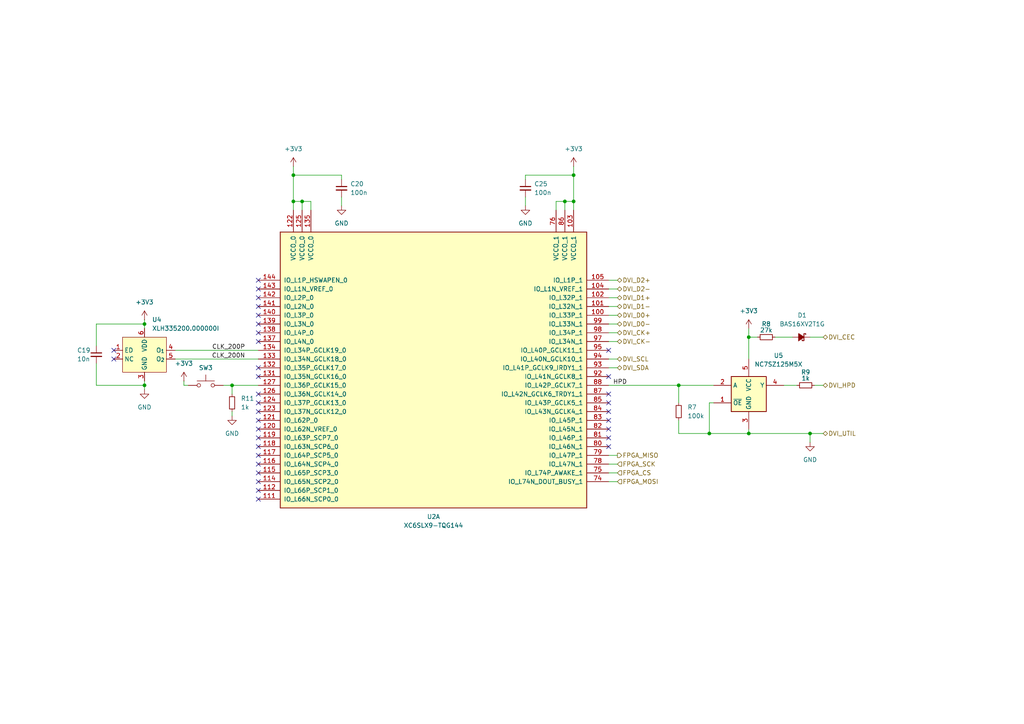
<source format=kicad_sch>
(kicad_sch
	(version 20231120)
	(generator "eeschema")
	(generator_version "8.0")
	(uuid "9635b207-be56-4692-b7be-abdb3712be18")
	(paper "A4")
	(title_block
		(title "FPGA IO Bank A")
		(date "2024-03-11")
		(rev "1")
		(company "https://github.com/Cuprum77")
	)
	(lib_symbols
		(symbol "+3V3_1"
			(power)
			(pin_numbers hide)
			(pin_names
				(offset 0) hide)
			(exclude_from_sim no)
			(in_bom yes)
			(on_board yes)
			(property "Reference" "#PWR"
				(at 0 -3.81 0)
				(effects
					(font
						(size 1.27 1.27)
					)
					(hide yes)
				)
			)
			(property "Value" "+3V3"
				(at 0 3.556 0)
				(effects
					(font
						(size 1.27 1.27)
					)
				)
			)
			(property "Footprint" ""
				(at 0 0 0)
				(effects
					(font
						(size 1.27 1.27)
					)
					(hide yes)
				)
			)
			(property "Datasheet" ""
				(at 0 0 0)
				(effects
					(font
						(size 1.27 1.27)
					)
					(hide yes)
				)
			)
			(property "Description" "Power symbol creates a global label with name \"+3V3\""
				(at 0 0 0)
				(effects
					(font
						(size 1.27 1.27)
					)
					(hide yes)
				)
			)
			(property "ki_keywords" "global power"
				(at 0 0 0)
				(effects
					(font
						(size 1.27 1.27)
					)
					(hide yes)
				)
			)
			(symbol "+3V3_1_0_1"
				(polyline
					(pts
						(xy -0.762 1.27) (xy 0 2.54)
					)
					(stroke
						(width 0)
						(type default)
					)
					(fill
						(type none)
					)
				)
				(polyline
					(pts
						(xy 0 0) (xy 0 2.54)
					)
					(stroke
						(width 0)
						(type default)
					)
					(fill
						(type none)
					)
				)
				(polyline
					(pts
						(xy 0 2.54) (xy 0.762 1.27)
					)
					(stroke
						(width 0)
						(type default)
					)
					(fill
						(type none)
					)
				)
			)
			(symbol "+3V3_1_1_1"
				(pin power_in line
					(at 0 0 90)
					(length 0)
					(name "~"
						(effects
							(font
								(size 1.27 1.27)
							)
						)
					)
					(number "1"
						(effects
							(font
								(size 1.27 1.27)
							)
						)
					)
				)
			)
		)
		(symbol "74xGxx:NC7SZ125M5X"
			(exclude_from_sim no)
			(in_bom yes)
			(on_board yes)
			(property "Reference" "U"
				(at -5.08 6.35 0)
				(effects
					(font
						(size 1.27 1.27)
					)
				)
			)
			(property "Value" "NC7SZ125M5X"
				(at 7.62 6.35 0)
				(effects
					(font
						(size 1.27 1.27)
					)
				)
			)
			(property "Footprint" "Package_TO_SOT_SMD:SOT-23-5"
				(at 16.51 -6.35 0)
				(effects
					(font
						(size 1.27 1.27)
					)
					(hide yes)
				)
			)
			(property "Datasheet" "https://www.onsemi.com/pdf/datasheet/nc7sz125-d.pdf"
				(at 0 0 0)
				(effects
					(font
						(size 1.27 1.27)
					)
					(hide yes)
				)
			)
			(property "Description" "TinyLogic UHS Buffer, Tri-State Output, SOT-23-5"
				(at 0 0 0)
				(effects
					(font
						(size 1.27 1.27)
					)
					(hide yes)
				)
			)
			(property "ki_keywords" "buffer three-state"
				(at 0 0 0)
				(effects
					(font
						(size 1.27 1.27)
					)
					(hide yes)
				)
			)
			(property "ki_fp_filters" "SOT?23*"
				(at 0 0 0)
				(effects
					(font
						(size 1.27 1.27)
					)
					(hide yes)
				)
			)
			(symbol "NC7SZ125M5X_0_1"
				(rectangle
					(start -5.08 5.08)
					(end 5.08 -5.08)
					(stroke
						(width 0.254)
						(type default)
					)
					(fill
						(type background)
					)
				)
			)
			(symbol "NC7SZ125M5X_1_1"
				(pin input line
					(at -10.16 -2.54 0)
					(length 5.08)
					(name "~{OE}"
						(effects
							(font
								(size 1.27 1.27)
							)
						)
					)
					(number "1"
						(effects
							(font
								(size 1.27 1.27)
							)
						)
					)
				)
				(pin input line
					(at -10.16 2.54 0)
					(length 5.08)
					(name "A"
						(effects
							(font
								(size 1.27 1.27)
							)
						)
					)
					(number "2"
						(effects
							(font
								(size 1.27 1.27)
							)
						)
					)
				)
				(pin power_in line
					(at 0 -10.16 90)
					(length 5.08)
					(name "GND"
						(effects
							(font
								(size 1.27 1.27)
							)
						)
					)
					(number "3"
						(effects
							(font
								(size 1.27 1.27)
							)
						)
					)
				)
				(pin output line
					(at 10.16 2.54 180)
					(length 5.08)
					(name "Y"
						(effects
							(font
								(size 1.27 1.27)
							)
						)
					)
					(number "4"
						(effects
							(font
								(size 1.27 1.27)
							)
						)
					)
				)
				(pin power_in line
					(at 0 10.16 270)
					(length 5.08)
					(name "VCC"
						(effects
							(font
								(size 1.27 1.27)
							)
						)
					)
					(number "5"
						(effects
							(font
								(size 1.27 1.27)
							)
						)
					)
				)
			)
		)
		(symbol "Cuprum:XLH335200.000000I"
			(exclude_from_sim no)
			(in_bom yes)
			(on_board yes)
			(property "Reference" "U"
				(at 4.318 6.35 0)
				(effects
					(font
						(size 1.27 1.27)
					)
				)
			)
			(property "Value" "XLH335200.000000I"
				(at 10.414 -6.35 0)
				(effects
					(font
						(size 1.27 1.27)
					)
				)
			)
			(property "Footprint" "KiCAD Library:XLH335200.000000I"
				(at 2.54 -1.27 0)
				(effects
					(font
						(size 1.27 1.27)
					)
					(hide yes)
				)
			)
			(property "Datasheet" ""
				(at 2.54 -1.27 0)
				(effects
					(font
						(size 1.27 1.27)
					)
					(hide yes)
				)
			)
			(property "Description" ""
				(at 2.54 -1.27 0)
				(effects
					(font
						(size 1.27 1.27)
					)
					(hide yes)
				)
			)
			(symbol "XLH335200.000000I_1_1"
				(rectangle
					(start -6.35 5.08)
					(end 6.35 -5.08)
					(stroke
						(width 0)
						(type default)
					)
					(fill
						(type background)
					)
				)
				(pin input line
					(at -8.89 1.27 0)
					(length 2.54)
					(name "ED"
						(effects
							(font
								(size 1.27 1.27)
							)
						)
					)
					(number "1"
						(effects
							(font
								(size 1.27 1.27)
							)
						)
					)
				)
				(pin input line
					(at -8.89 -1.27 0)
					(length 2.54)
					(name "NC"
						(effects
							(font
								(size 1.27 1.27)
							)
						)
					)
					(number "2"
						(effects
							(font
								(size 1.27 1.27)
							)
						)
					)
				)
				(pin input line
					(at 0 -7.62 90)
					(length 2.54)
					(name "GND"
						(effects
							(font
								(size 1.27 1.27)
							)
						)
					)
					(number "3"
						(effects
							(font
								(size 1.27 1.27)
							)
						)
					)
				)
				(pin input line
					(at 8.89 1.27 180)
					(length 2.54)
					(name "O_{1}"
						(effects
							(font
								(size 1.27 1.27)
							)
						)
					)
					(number "4"
						(effects
							(font
								(size 1.27 1.27)
							)
						)
					)
				)
				(pin input line
					(at 8.89 -1.27 180)
					(length 2.54)
					(name "O_{2}"
						(effects
							(font
								(size 1.27 1.27)
							)
						)
					)
					(number "5"
						(effects
							(font
								(size 1.27 1.27)
							)
						)
					)
				)
				(pin input line
					(at 0 7.62 270)
					(length 2.54)
					(name "VDD"
						(effects
							(font
								(size 1.27 1.27)
							)
						)
					)
					(number "6"
						(effects
							(font
								(size 1.27 1.27)
							)
						)
					)
				)
			)
		)
		(symbol "Device:C_Small"
			(pin_numbers hide)
			(pin_names
				(offset 0.254) hide)
			(exclude_from_sim no)
			(in_bom yes)
			(on_board yes)
			(property "Reference" "C"
				(at 0.254 1.778 0)
				(effects
					(font
						(size 1.27 1.27)
					)
					(justify left)
				)
			)
			(property "Value" "C_Small"
				(at 0.254 -2.032 0)
				(effects
					(font
						(size 1.27 1.27)
					)
					(justify left)
				)
			)
			(property "Footprint" ""
				(at 0 0 0)
				(effects
					(font
						(size 1.27 1.27)
					)
					(hide yes)
				)
			)
			(property "Datasheet" "~"
				(at 0 0 0)
				(effects
					(font
						(size 1.27 1.27)
					)
					(hide yes)
				)
			)
			(property "Description" "Unpolarized capacitor, small symbol"
				(at 0 0 0)
				(effects
					(font
						(size 1.27 1.27)
					)
					(hide yes)
				)
			)
			(property "ki_keywords" "capacitor cap"
				(at 0 0 0)
				(effects
					(font
						(size 1.27 1.27)
					)
					(hide yes)
				)
			)
			(property "ki_fp_filters" "C_*"
				(at 0 0 0)
				(effects
					(font
						(size 1.27 1.27)
					)
					(hide yes)
				)
			)
			(symbol "C_Small_0_1"
				(polyline
					(pts
						(xy -1.524 -0.508) (xy 1.524 -0.508)
					)
					(stroke
						(width 0.3302)
						(type default)
					)
					(fill
						(type none)
					)
				)
				(polyline
					(pts
						(xy -1.524 0.508) (xy 1.524 0.508)
					)
					(stroke
						(width 0.3048)
						(type default)
					)
					(fill
						(type none)
					)
				)
			)
			(symbol "C_Small_1_1"
				(pin passive line
					(at 0 2.54 270)
					(length 2.032)
					(name "~"
						(effects
							(font
								(size 1.27 1.27)
							)
						)
					)
					(number "1"
						(effects
							(font
								(size 1.27 1.27)
							)
						)
					)
				)
				(pin passive line
					(at 0 -2.54 90)
					(length 2.032)
					(name "~"
						(effects
							(font
								(size 1.27 1.27)
							)
						)
					)
					(number "2"
						(effects
							(font
								(size 1.27 1.27)
							)
						)
					)
				)
			)
		)
		(symbol "Device:D_Schottky_Small_Filled"
			(pin_numbers hide)
			(pin_names
				(offset 0.254) hide)
			(exclude_from_sim no)
			(in_bom yes)
			(on_board yes)
			(property "Reference" "D"
				(at -1.27 2.032 0)
				(effects
					(font
						(size 1.27 1.27)
					)
					(justify left)
				)
			)
			(property "Value" "D_Schottky_Small_Filled"
				(at -7.112 -2.032 0)
				(effects
					(font
						(size 1.27 1.27)
					)
					(justify left)
				)
			)
			(property "Footprint" ""
				(at 0 0 90)
				(effects
					(font
						(size 1.27 1.27)
					)
					(hide yes)
				)
			)
			(property "Datasheet" "~"
				(at 0 0 90)
				(effects
					(font
						(size 1.27 1.27)
					)
					(hide yes)
				)
			)
			(property "Description" "Schottky diode, small symbol, filled shape"
				(at 0 0 0)
				(effects
					(font
						(size 1.27 1.27)
					)
					(hide yes)
				)
			)
			(property "ki_keywords" "diode Schottky"
				(at 0 0 0)
				(effects
					(font
						(size 1.27 1.27)
					)
					(hide yes)
				)
			)
			(property "ki_fp_filters" "TO-???* *_Diode_* *SingleDiode* D_*"
				(at 0 0 0)
				(effects
					(font
						(size 1.27 1.27)
					)
					(hide yes)
				)
			)
			(symbol "D_Schottky_Small_Filled_0_1"
				(polyline
					(pts
						(xy -0.762 0) (xy 0.762 0)
					)
					(stroke
						(width 0)
						(type default)
					)
					(fill
						(type none)
					)
				)
				(polyline
					(pts
						(xy 0.762 -1.016) (xy -0.762 0) (xy 0.762 1.016) (xy 0.762 -1.016)
					)
					(stroke
						(width 0.254)
						(type default)
					)
					(fill
						(type outline)
					)
				)
				(polyline
					(pts
						(xy -1.27 0.762) (xy -1.27 1.016) (xy -0.762 1.016) (xy -0.762 -1.016) (xy -0.254 -1.016) (xy -0.254 -0.762)
					)
					(stroke
						(width 0.254)
						(type default)
					)
					(fill
						(type none)
					)
				)
			)
			(symbol "D_Schottky_Small_Filled_1_1"
				(pin passive line
					(at -2.54 0 0)
					(length 1.778)
					(name "K"
						(effects
							(font
								(size 1.27 1.27)
							)
						)
					)
					(number "1"
						(effects
							(font
								(size 1.27 1.27)
							)
						)
					)
				)
				(pin passive line
					(at 2.54 0 180)
					(length 1.778)
					(name "A"
						(effects
							(font
								(size 1.27 1.27)
							)
						)
					)
					(number "2"
						(effects
							(font
								(size 1.27 1.27)
							)
						)
					)
				)
			)
		)
		(symbol "Device:R_Small"
			(pin_numbers hide)
			(pin_names
				(offset 0.254) hide)
			(exclude_from_sim no)
			(in_bom yes)
			(on_board yes)
			(property "Reference" "R"
				(at 0.762 0.508 0)
				(effects
					(font
						(size 1.27 1.27)
					)
					(justify left)
				)
			)
			(property "Value" "R_Small"
				(at 0.762 -1.016 0)
				(effects
					(font
						(size 1.27 1.27)
					)
					(justify left)
				)
			)
			(property "Footprint" ""
				(at 0 0 0)
				(effects
					(font
						(size 1.27 1.27)
					)
					(hide yes)
				)
			)
			(property "Datasheet" "~"
				(at 0 0 0)
				(effects
					(font
						(size 1.27 1.27)
					)
					(hide yes)
				)
			)
			(property "Description" "Resistor, small symbol"
				(at 0 0 0)
				(effects
					(font
						(size 1.27 1.27)
					)
					(hide yes)
				)
			)
			(property "ki_keywords" "R resistor"
				(at 0 0 0)
				(effects
					(font
						(size 1.27 1.27)
					)
					(hide yes)
				)
			)
			(property "ki_fp_filters" "R_*"
				(at 0 0 0)
				(effects
					(font
						(size 1.27 1.27)
					)
					(hide yes)
				)
			)
			(symbol "R_Small_0_1"
				(rectangle
					(start -0.762 1.778)
					(end 0.762 -1.778)
					(stroke
						(width 0.2032)
						(type default)
					)
					(fill
						(type none)
					)
				)
			)
			(symbol "R_Small_1_1"
				(pin passive line
					(at 0 2.54 270)
					(length 0.762)
					(name "~"
						(effects
							(font
								(size 1.27 1.27)
							)
						)
					)
					(number "1"
						(effects
							(font
								(size 1.27 1.27)
							)
						)
					)
				)
				(pin passive line
					(at 0 -2.54 90)
					(length 0.762)
					(name "~"
						(effects
							(font
								(size 1.27 1.27)
							)
						)
					)
					(number "2"
						(effects
							(font
								(size 1.27 1.27)
							)
						)
					)
				)
			)
		)
		(symbol "FPGA_Xilinx_Spartan6:XC6SLX9-TQG144"
			(pin_names
				(offset 1.016)
			)
			(exclude_from_sim no)
			(in_bom yes)
			(on_board yes)
			(property "Reference" "U"
				(at 0 1.27 0)
				(effects
					(font
						(size 1.27 1.27)
					)
				)
			)
			(property "Value" "XC6SLX9-TQG144"
				(at 0 -1.27 0)
				(effects
					(font
						(size 1.27 1.27)
					)
				)
			)
			(property "Footprint" ""
				(at 0 0 0)
				(effects
					(font
						(size 1.27 1.27)
					)
					(hide yes)
				)
			)
			(property "Datasheet" ""
				(at 0 0 0)
				(effects
					(font
						(size 1.27 1.27)
					)
				)
			)
			(property "Description" "Spartan 6 LX 9 XC6SLX9-TQG144"
				(at 0 0 0)
				(effects
					(font
						(size 1.27 1.27)
					)
					(hide yes)
				)
			)
			(property "ki_locked" ""
				(at 0 0 0)
				(effects
					(font
						(size 1.27 1.27)
					)
				)
			)
			(property "ki_keywords" "FPGA"
				(at 0 0 0)
				(effects
					(font
						(size 1.27 1.27)
					)
					(hide yes)
				)
			)
			(symbol "XC6SLX9-TQG144_1_1"
				(rectangle
					(start -44.45 36.83)
					(end 44.45 -43.18)
					(stroke
						(width 0.254)
						(type default)
					)
					(fill
						(type background)
					)
				)
				(pin bidirectional line
					(at 50.8 12.7 180)
					(length 6.35)
					(name "IO_L33P_1"
						(effects
							(font
								(size 1.27 1.27)
							)
						)
					)
					(number "100"
						(effects
							(font
								(size 1.27 1.27)
							)
						)
					)
				)
				(pin bidirectional line
					(at 50.8 15.24 180)
					(length 6.35)
					(name "IO_L32N_1"
						(effects
							(font
								(size 1.27 1.27)
							)
						)
					)
					(number "101"
						(effects
							(font
								(size 1.27 1.27)
							)
						)
					)
				)
				(pin bidirectional line
					(at 50.8 17.78 180)
					(length 6.35)
					(name "IO_L32P_1"
						(effects
							(font
								(size 1.27 1.27)
							)
						)
					)
					(number "102"
						(effects
							(font
								(size 1.27 1.27)
							)
						)
					)
				)
				(pin power_in line
					(at 40.64 43.18 270)
					(length 6.35)
					(name "VCCO_1"
						(effects
							(font
								(size 1.27 1.27)
							)
						)
					)
					(number "103"
						(effects
							(font
								(size 1.27 1.27)
							)
						)
					)
				)
				(pin bidirectional line
					(at 50.8 20.32 180)
					(length 6.35)
					(name "IO_L1N_VREF_1"
						(effects
							(font
								(size 1.27 1.27)
							)
						)
					)
					(number "104"
						(effects
							(font
								(size 1.27 1.27)
							)
						)
					)
				)
				(pin bidirectional line
					(at 50.8 22.86 180)
					(length 6.35)
					(name "IO_L1P_1"
						(effects
							(font
								(size 1.27 1.27)
							)
						)
					)
					(number "105"
						(effects
							(font
								(size 1.27 1.27)
							)
						)
					)
				)
				(pin bidirectional line
					(at -50.8 -40.64 0)
					(length 6.35)
					(name "IO_L66N_SCP0_0"
						(effects
							(font
								(size 1.27 1.27)
							)
						)
					)
					(number "111"
						(effects
							(font
								(size 1.27 1.27)
							)
						)
					)
				)
				(pin bidirectional line
					(at -50.8 -38.1 0)
					(length 6.35)
					(name "IO_L66P_SCP1_0"
						(effects
							(font
								(size 1.27 1.27)
							)
						)
					)
					(number "112"
						(effects
							(font
								(size 1.27 1.27)
							)
						)
					)
				)
				(pin bidirectional line
					(at -50.8 -35.56 0)
					(length 6.35)
					(name "IO_L65N_SCP2_0"
						(effects
							(font
								(size 1.27 1.27)
							)
						)
					)
					(number "114"
						(effects
							(font
								(size 1.27 1.27)
							)
						)
					)
				)
				(pin bidirectional line
					(at -50.8 -33.02 0)
					(length 6.35)
					(name "IO_L65P_SCP3_0"
						(effects
							(font
								(size 1.27 1.27)
							)
						)
					)
					(number "115"
						(effects
							(font
								(size 1.27 1.27)
							)
						)
					)
				)
				(pin bidirectional line
					(at -50.8 -30.48 0)
					(length 6.35)
					(name "IO_L64N_SCP4_0"
						(effects
							(font
								(size 1.27 1.27)
							)
						)
					)
					(number "116"
						(effects
							(font
								(size 1.27 1.27)
							)
						)
					)
				)
				(pin bidirectional line
					(at -50.8 -27.94 0)
					(length 6.35)
					(name "IO_L64P_SCP5_0"
						(effects
							(font
								(size 1.27 1.27)
							)
						)
					)
					(number "117"
						(effects
							(font
								(size 1.27 1.27)
							)
						)
					)
				)
				(pin bidirectional line
					(at -50.8 -25.4 0)
					(length 6.35)
					(name "IO_L63N_SCP6_0"
						(effects
							(font
								(size 1.27 1.27)
							)
						)
					)
					(number "118"
						(effects
							(font
								(size 1.27 1.27)
							)
						)
					)
				)
				(pin bidirectional line
					(at -50.8 -22.86 0)
					(length 6.35)
					(name "IO_L63P_SCP7_0"
						(effects
							(font
								(size 1.27 1.27)
							)
						)
					)
					(number "119"
						(effects
							(font
								(size 1.27 1.27)
							)
						)
					)
				)
				(pin bidirectional line
					(at -50.8 -20.32 0)
					(length 6.35)
					(name "IO_L62N_VREF_0"
						(effects
							(font
								(size 1.27 1.27)
							)
						)
					)
					(number "120"
						(effects
							(font
								(size 1.27 1.27)
							)
						)
					)
				)
				(pin bidirectional line
					(at -50.8 -17.78 0)
					(length 6.35)
					(name "IO_L62P_0"
						(effects
							(font
								(size 1.27 1.27)
							)
						)
					)
					(number "121"
						(effects
							(font
								(size 1.27 1.27)
							)
						)
					)
				)
				(pin power_in line
					(at -40.64 43.18 270)
					(length 6.35)
					(name "VCCO_0"
						(effects
							(font
								(size 1.27 1.27)
							)
						)
					)
					(number "122"
						(effects
							(font
								(size 1.27 1.27)
							)
						)
					)
				)
				(pin bidirectional line
					(at -50.8 -15.24 0)
					(length 6.35)
					(name "IO_L37N_GCLK12_0"
						(effects
							(font
								(size 1.27 1.27)
							)
						)
					)
					(number "123"
						(effects
							(font
								(size 1.27 1.27)
							)
						)
					)
				)
				(pin bidirectional line
					(at -50.8 -12.7 0)
					(length 6.35)
					(name "IO_L37P_GCLK13_0"
						(effects
							(font
								(size 1.27 1.27)
							)
						)
					)
					(number "124"
						(effects
							(font
								(size 1.27 1.27)
							)
						)
					)
				)
				(pin power_in line
					(at -38.1 43.18 270)
					(length 6.35)
					(name "VCCO_0"
						(effects
							(font
								(size 1.27 1.27)
							)
						)
					)
					(number "125"
						(effects
							(font
								(size 1.27 1.27)
							)
						)
					)
				)
				(pin bidirectional line
					(at -50.8 -10.16 0)
					(length 6.35)
					(name "IO_L36N_GCLK14_0"
						(effects
							(font
								(size 1.27 1.27)
							)
						)
					)
					(number "126"
						(effects
							(font
								(size 1.27 1.27)
							)
						)
					)
				)
				(pin bidirectional line
					(at -50.8 -7.62 0)
					(length 6.35)
					(name "IO_L36P_GCLK15_0"
						(effects
							(font
								(size 1.27 1.27)
							)
						)
					)
					(number "127"
						(effects
							(font
								(size 1.27 1.27)
							)
						)
					)
				)
				(pin bidirectional line
					(at -50.8 -5.08 0)
					(length 6.35)
					(name "IO_L35N_GCLK16_0"
						(effects
							(font
								(size 1.27 1.27)
							)
						)
					)
					(number "131"
						(effects
							(font
								(size 1.27 1.27)
							)
						)
					)
				)
				(pin bidirectional line
					(at -50.8 -2.54 0)
					(length 6.35)
					(name "IO_L35P_GCLK17_0"
						(effects
							(font
								(size 1.27 1.27)
							)
						)
					)
					(number "132"
						(effects
							(font
								(size 1.27 1.27)
							)
						)
					)
				)
				(pin bidirectional line
					(at -50.8 0 0)
					(length 6.35)
					(name "IO_L34N_GCLK18_0"
						(effects
							(font
								(size 1.27 1.27)
							)
						)
					)
					(number "133"
						(effects
							(font
								(size 1.27 1.27)
							)
						)
					)
				)
				(pin bidirectional line
					(at -50.8 2.54 0)
					(length 6.35)
					(name "IO_L34P_GCLK19_0"
						(effects
							(font
								(size 1.27 1.27)
							)
						)
					)
					(number "134"
						(effects
							(font
								(size 1.27 1.27)
							)
						)
					)
				)
				(pin power_in line
					(at -35.56 43.18 270)
					(length 6.35)
					(name "VCCO_0"
						(effects
							(font
								(size 1.27 1.27)
							)
						)
					)
					(number "135"
						(effects
							(font
								(size 1.27 1.27)
							)
						)
					)
				)
				(pin bidirectional line
					(at -50.8 5.08 0)
					(length 6.35)
					(name "IO_L4N_0"
						(effects
							(font
								(size 1.27 1.27)
							)
						)
					)
					(number "137"
						(effects
							(font
								(size 1.27 1.27)
							)
						)
					)
				)
				(pin bidirectional line
					(at -50.8 7.62 0)
					(length 6.35)
					(name "IO_L4P_0"
						(effects
							(font
								(size 1.27 1.27)
							)
						)
					)
					(number "138"
						(effects
							(font
								(size 1.27 1.27)
							)
						)
					)
				)
				(pin bidirectional line
					(at -50.8 10.16 0)
					(length 6.35)
					(name "IO_L3N_0"
						(effects
							(font
								(size 1.27 1.27)
							)
						)
					)
					(number "139"
						(effects
							(font
								(size 1.27 1.27)
							)
						)
					)
				)
				(pin bidirectional line
					(at -50.8 12.7 0)
					(length 6.35)
					(name "IO_L3P_0"
						(effects
							(font
								(size 1.27 1.27)
							)
						)
					)
					(number "140"
						(effects
							(font
								(size 1.27 1.27)
							)
						)
					)
				)
				(pin bidirectional line
					(at -50.8 15.24 0)
					(length 6.35)
					(name "IO_L2N_0"
						(effects
							(font
								(size 1.27 1.27)
							)
						)
					)
					(number "141"
						(effects
							(font
								(size 1.27 1.27)
							)
						)
					)
				)
				(pin bidirectional line
					(at -50.8 17.78 0)
					(length 6.35)
					(name "IO_L2P_0"
						(effects
							(font
								(size 1.27 1.27)
							)
						)
					)
					(number "142"
						(effects
							(font
								(size 1.27 1.27)
							)
						)
					)
				)
				(pin bidirectional line
					(at -50.8 20.32 0)
					(length 6.35)
					(name "IO_L1N_VREF_0"
						(effects
							(font
								(size 1.27 1.27)
							)
						)
					)
					(number "143"
						(effects
							(font
								(size 1.27 1.27)
							)
						)
					)
				)
				(pin bidirectional line
					(at -50.8 22.86 0)
					(length 6.35)
					(name "IO_L1P_HSWAPEN_0"
						(effects
							(font
								(size 1.27 1.27)
							)
						)
					)
					(number "144"
						(effects
							(font
								(size 1.27 1.27)
							)
						)
					)
				)
				(pin bidirectional line
					(at 50.8 -35.56 180)
					(length 6.35)
					(name "IO_L74N_DOUT_BUSY_1"
						(effects
							(font
								(size 1.27 1.27)
							)
						)
					)
					(number "74"
						(effects
							(font
								(size 1.27 1.27)
							)
						)
					)
				)
				(pin bidirectional line
					(at 50.8 -33.02 180)
					(length 6.35)
					(name "IO_L74P_AWAKE_1"
						(effects
							(font
								(size 1.27 1.27)
							)
						)
					)
					(number "75"
						(effects
							(font
								(size 1.27 1.27)
							)
						)
					)
				)
				(pin power_in line
					(at 35.56 43.18 270)
					(length 6.35)
					(name "VCCO_1"
						(effects
							(font
								(size 1.27 1.27)
							)
						)
					)
					(number "76"
						(effects
							(font
								(size 1.27 1.27)
							)
						)
					)
				)
				(pin bidirectional line
					(at 50.8 -30.48 180)
					(length 6.35)
					(name "IO_L47N_1"
						(effects
							(font
								(size 1.27 1.27)
							)
						)
					)
					(number "78"
						(effects
							(font
								(size 1.27 1.27)
							)
						)
					)
				)
				(pin bidirectional line
					(at 50.8 -27.94 180)
					(length 6.35)
					(name "IO_L47P_1"
						(effects
							(font
								(size 1.27 1.27)
							)
						)
					)
					(number "79"
						(effects
							(font
								(size 1.27 1.27)
							)
						)
					)
				)
				(pin bidirectional line
					(at 50.8 -25.4 180)
					(length 6.35)
					(name "IO_L46N_1"
						(effects
							(font
								(size 1.27 1.27)
							)
						)
					)
					(number "80"
						(effects
							(font
								(size 1.27 1.27)
							)
						)
					)
				)
				(pin bidirectional line
					(at 50.8 -22.86 180)
					(length 6.35)
					(name "IO_L46P_1"
						(effects
							(font
								(size 1.27 1.27)
							)
						)
					)
					(number "81"
						(effects
							(font
								(size 1.27 1.27)
							)
						)
					)
				)
				(pin bidirectional line
					(at 50.8 -20.32 180)
					(length 6.35)
					(name "IO_L45N_1"
						(effects
							(font
								(size 1.27 1.27)
							)
						)
					)
					(number "82"
						(effects
							(font
								(size 1.27 1.27)
							)
						)
					)
				)
				(pin bidirectional line
					(at 50.8 -17.78 180)
					(length 6.35)
					(name "IO_L45P_1"
						(effects
							(font
								(size 1.27 1.27)
							)
						)
					)
					(number "83"
						(effects
							(font
								(size 1.27 1.27)
							)
						)
					)
				)
				(pin bidirectional line
					(at 50.8 -15.24 180)
					(length 6.35)
					(name "IO_L43N_GCLK4_1"
						(effects
							(font
								(size 1.27 1.27)
							)
						)
					)
					(number "84"
						(effects
							(font
								(size 1.27 1.27)
							)
						)
					)
				)
				(pin bidirectional line
					(at 50.8 -12.7 180)
					(length 6.35)
					(name "IO_L43P_GCLK5_1"
						(effects
							(font
								(size 1.27 1.27)
							)
						)
					)
					(number "85"
						(effects
							(font
								(size 1.27 1.27)
							)
						)
					)
				)
				(pin power_in line
					(at 38.1 43.18 270)
					(length 6.35)
					(name "VCCO_1"
						(effects
							(font
								(size 1.27 1.27)
							)
						)
					)
					(number "86"
						(effects
							(font
								(size 1.27 1.27)
							)
						)
					)
				)
				(pin bidirectional line
					(at 50.8 -10.16 180)
					(length 6.35)
					(name "IO_L42N_GCLK6_TRDY1_1"
						(effects
							(font
								(size 1.27 1.27)
							)
						)
					)
					(number "87"
						(effects
							(font
								(size 1.27 1.27)
							)
						)
					)
				)
				(pin bidirectional line
					(at 50.8 -7.62 180)
					(length 6.35)
					(name "IO_L42P_GCLK7_1"
						(effects
							(font
								(size 1.27 1.27)
							)
						)
					)
					(number "88"
						(effects
							(font
								(size 1.27 1.27)
							)
						)
					)
				)
				(pin bidirectional line
					(at 50.8 -5.08 180)
					(length 6.35)
					(name "IO_L41N_GCLK8_1"
						(effects
							(font
								(size 1.27 1.27)
							)
						)
					)
					(number "92"
						(effects
							(font
								(size 1.27 1.27)
							)
						)
					)
				)
				(pin bidirectional line
					(at 50.8 -2.54 180)
					(length 6.35)
					(name "IO_L41P_GCLK9_IRDY1_1"
						(effects
							(font
								(size 1.27 1.27)
							)
						)
					)
					(number "93"
						(effects
							(font
								(size 1.27 1.27)
							)
						)
					)
				)
				(pin bidirectional line
					(at 50.8 0 180)
					(length 6.35)
					(name "IO_L40N_GCLK10_1"
						(effects
							(font
								(size 1.27 1.27)
							)
						)
					)
					(number "94"
						(effects
							(font
								(size 1.27 1.27)
							)
						)
					)
				)
				(pin bidirectional line
					(at 50.8 2.54 180)
					(length 6.35)
					(name "IO_L40P_GCLK11_1"
						(effects
							(font
								(size 1.27 1.27)
							)
						)
					)
					(number "95"
						(effects
							(font
								(size 1.27 1.27)
							)
						)
					)
				)
				(pin bidirectional line
					(at 50.8 5.08 180)
					(length 6.35)
					(name "IO_L34N_1"
						(effects
							(font
								(size 1.27 1.27)
							)
						)
					)
					(number "97"
						(effects
							(font
								(size 1.27 1.27)
							)
						)
					)
				)
				(pin bidirectional line
					(at 50.8 7.62 180)
					(length 6.35)
					(name "IO_L34P_1"
						(effects
							(font
								(size 1.27 1.27)
							)
						)
					)
					(number "98"
						(effects
							(font
								(size 1.27 1.27)
							)
						)
					)
				)
				(pin bidirectional line
					(at 50.8 10.16 180)
					(length 6.35)
					(name "IO_L33N_1"
						(effects
							(font
								(size 1.27 1.27)
							)
						)
					)
					(number "99"
						(effects
							(font
								(size 1.27 1.27)
							)
						)
					)
				)
			)
			(symbol "XC6SLX9-TQG144_2_1"
				(rectangle
					(start -44.45 36.83)
					(end 44.45 -43.18)
					(stroke
						(width 0.254)
						(type default)
					)
					(fill
						(type background)
					)
				)
				(pin bidirectional line
					(at 50.8 -40.64 180)
					(length 6.35)
					(name "IO_L83N_VREF_3"
						(effects
							(font
								(size 1.27 1.27)
							)
						)
					)
					(number "1"
						(effects
							(font
								(size 1.27 1.27)
							)
						)
					)
				)
				(pin bidirectional line
					(at 50.8 -22.86 180)
					(length 6.35)
					(name "IO_L50P_3"
						(effects
							(font
								(size 1.27 1.27)
							)
						)
					)
					(number "10"
						(effects
							(font
								(size 1.27 1.27)
							)
						)
					)
				)
				(pin bidirectional line
					(at 50.8 -20.32 180)
					(length 6.35)
					(name "IO_L49N_3"
						(effects
							(font
								(size 1.27 1.27)
							)
						)
					)
					(number "11"
						(effects
							(font
								(size 1.27 1.27)
							)
						)
					)
				)
				(pin bidirectional line
					(at 50.8 -17.78 180)
					(length 6.35)
					(name "IO_L49P_3"
						(effects
							(font
								(size 1.27 1.27)
							)
						)
					)
					(number "12"
						(effects
							(font
								(size 1.27 1.27)
							)
						)
					)
				)
				(pin bidirectional line
					(at 50.8 -15.24 180)
					(length 6.35)
					(name "IO_L44N_GCLK20_3"
						(effects
							(font
								(size 1.27 1.27)
							)
						)
					)
					(number "14"
						(effects
							(font
								(size 1.27 1.27)
							)
						)
					)
				)
				(pin bidirectional line
					(at 50.8 -12.7 180)
					(length 6.35)
					(name "IO_L44P_GCLK21_3"
						(effects
							(font
								(size 1.27 1.27)
							)
						)
					)
					(number "15"
						(effects
							(font
								(size 1.27 1.27)
							)
						)
					)
				)
				(pin bidirectional line
					(at 50.8 -10.16 180)
					(length 6.35)
					(name "IO_L43N_GCLK22_IRDY2_3"
						(effects
							(font
								(size 1.27 1.27)
							)
						)
					)
					(number "16"
						(effects
							(font
								(size 1.27 1.27)
							)
						)
					)
				)
				(pin bidirectional line
					(at 50.8 -7.62 180)
					(length 6.35)
					(name "IO_L43P_GCLK23_3"
						(effects
							(font
								(size 1.27 1.27)
							)
						)
					)
					(number "17"
						(effects
							(font
								(size 1.27 1.27)
							)
						)
					)
				)
				(pin power_in line
					(at 38.1 43.18 270)
					(length 6.35)
					(name "VCCO_3"
						(effects
							(font
								(size 1.27 1.27)
							)
						)
					)
					(number "18"
						(effects
							(font
								(size 1.27 1.27)
							)
						)
					)
				)
				(pin bidirectional line
					(at 50.8 -38.1 180)
					(length 6.35)
					(name "IO_L83P_3"
						(effects
							(font
								(size 1.27 1.27)
							)
						)
					)
					(number "2"
						(effects
							(font
								(size 1.27 1.27)
							)
						)
					)
				)
				(pin bidirectional line
					(at 50.8 -5.08 180)
					(length 6.35)
					(name "IO_L42N_GCLK24_3"
						(effects
							(font
								(size 1.27 1.27)
							)
						)
					)
					(number "21"
						(effects
							(font
								(size 1.27 1.27)
							)
						)
					)
				)
				(pin bidirectional line
					(at 50.8 -2.54 180)
					(length 6.35)
					(name "IO_L42P_GCLK25_TRDY2_3"
						(effects
							(font
								(size 1.27 1.27)
							)
						)
					)
					(number "22"
						(effects
							(font
								(size 1.27 1.27)
							)
						)
					)
				)
				(pin bidirectional line
					(at 50.8 0 180)
					(length 6.35)
					(name "IO_L41N_GCLK26_3"
						(effects
							(font
								(size 1.27 1.27)
							)
						)
					)
					(number "23"
						(effects
							(font
								(size 1.27 1.27)
							)
						)
					)
				)
				(pin bidirectional line
					(at 50.8 2.54 180)
					(length 6.35)
					(name "IO_L41P_GCLK27_3"
						(effects
							(font
								(size 1.27 1.27)
							)
						)
					)
					(number "24"
						(effects
							(font
								(size 1.27 1.27)
							)
						)
					)
				)
				(pin bidirectional line
					(at 50.8 5.08 180)
					(length 6.35)
					(name "IO_L37N_3"
						(effects
							(font
								(size 1.27 1.27)
							)
						)
					)
					(number "26"
						(effects
							(font
								(size 1.27 1.27)
							)
						)
					)
				)
				(pin bidirectional line
					(at 50.8 7.62 180)
					(length 6.35)
					(name "IO_L37P_3"
						(effects
							(font
								(size 1.27 1.27)
							)
						)
					)
					(number "27"
						(effects
							(font
								(size 1.27 1.27)
							)
						)
					)
				)
				(pin bidirectional line
					(at 50.8 10.16 180)
					(length 6.35)
					(name "IO_L36N_3"
						(effects
							(font
								(size 1.27 1.27)
							)
						)
					)
					(number "29"
						(effects
							(font
								(size 1.27 1.27)
							)
						)
					)
				)
				(pin bidirectional line
					(at 50.8 12.7 180)
					(length 6.35)
					(name "IO_L36P_3"
						(effects
							(font
								(size 1.27 1.27)
							)
						)
					)
					(number "30"
						(effects
							(font
								(size 1.27 1.27)
							)
						)
					)
				)
				(pin power_in line
					(at 40.64 43.18 270)
					(length 6.35)
					(name "VCCO_3"
						(effects
							(font
								(size 1.27 1.27)
							)
						)
					)
					(number "31"
						(effects
							(font
								(size 1.27 1.27)
							)
						)
					)
				)
				(pin bidirectional line
					(at 50.8 15.24 180)
					(length 6.35)
					(name "IO_L2N_3"
						(effects
							(font
								(size 1.27 1.27)
							)
						)
					)
					(number "32"
						(effects
							(font
								(size 1.27 1.27)
							)
						)
					)
				)
				(pin bidirectional line
					(at 50.8 17.78 180)
					(length 6.35)
					(name "IO_L2P_3"
						(effects
							(font
								(size 1.27 1.27)
							)
						)
					)
					(number "33"
						(effects
							(font
								(size 1.27 1.27)
							)
						)
					)
				)
				(pin bidirectional line
					(at 50.8 20.32 180)
					(length 6.35)
					(name "IO_L1N_VREF_3"
						(effects
							(font
								(size 1.27 1.27)
							)
						)
					)
					(number "34"
						(effects
							(font
								(size 1.27 1.27)
							)
						)
					)
				)
				(pin bidirectional line
					(at 50.8 22.86 180)
					(length 6.35)
					(name "IO_L1P_3"
						(effects
							(font
								(size 1.27 1.27)
							)
						)
					)
					(number "35"
						(effects
							(font
								(size 1.27 1.27)
							)
						)
					)
				)
				(pin bidirectional line
					(at -50.8 -40.64 0)
					(length 6.35)
					(name "IO_L65N_CSO_B_2"
						(effects
							(font
								(size 1.27 1.27)
							)
						)
					)
					(number "38"
						(effects
							(font
								(size 1.27 1.27)
							)
						)
					)
				)
				(pin bidirectional line
					(at -50.8 -38.1 0)
					(length 6.35)
					(name "IO_L65P_INIT_B_2"
						(effects
							(font
								(size 1.27 1.27)
							)
						)
					)
					(number "39"
						(effects
							(font
								(size 1.27 1.27)
							)
						)
					)
				)
				(pin power_in line
					(at 35.56 43.18 270)
					(length 6.35)
					(name "VCCO_3"
						(effects
							(font
								(size 1.27 1.27)
							)
						)
					)
					(number "4"
						(effects
							(font
								(size 1.27 1.27)
							)
						)
					)
				)
				(pin bidirectional line
					(at -50.8 -35.56 0)
					(length 6.35)
					(name "IO_L64N_D9_2"
						(effects
							(font
								(size 1.27 1.27)
							)
						)
					)
					(number "40"
						(effects
							(font
								(size 1.27 1.27)
							)
						)
					)
				)
				(pin bidirectional line
					(at -50.8 -33.02 0)
					(length 6.35)
					(name "IO_L64P_D8_2"
						(effects
							(font
								(size 1.27 1.27)
							)
						)
					)
					(number "41"
						(effects
							(font
								(size 1.27 1.27)
							)
						)
					)
				)
				(pin power_in line
					(at -40.64 43.18 270)
					(length 6.35)
					(name "VCCO_2"
						(effects
							(font
								(size 1.27 1.27)
							)
						)
					)
					(number "42"
						(effects
							(font
								(size 1.27 1.27)
							)
						)
					)
				)
				(pin bidirectional line
					(at -50.8 -30.48 0)
					(length 6.35)
					(name "IO_L62N_D6_2"
						(effects
							(font
								(size 1.27 1.27)
							)
						)
					)
					(number "43"
						(effects
							(font
								(size 1.27 1.27)
							)
						)
					)
				)
				(pin bidirectional line
					(at -50.8 -27.94 0)
					(length 6.35)
					(name "IO_L62P_D5_2"
						(effects
							(font
								(size 1.27 1.27)
							)
						)
					)
					(number "44"
						(effects
							(font
								(size 1.27 1.27)
							)
						)
					)
				)
				(pin bidirectional line
					(at -50.8 -25.4 0)
					(length 6.35)
					(name "IO_L49N_D4_2"
						(effects
							(font
								(size 1.27 1.27)
							)
						)
					)
					(number "45"
						(effects
							(font
								(size 1.27 1.27)
							)
						)
					)
				)
				(pin bidirectional line
					(at -50.8 -22.86 0)
					(length 6.35)
					(name "IO_L49P_D3_2"
						(effects
							(font
								(size 1.27 1.27)
							)
						)
					)
					(number "46"
						(effects
							(font
								(size 1.27 1.27)
							)
						)
					)
				)
				(pin bidirectional line
					(at -50.8 -20.32 0)
					(length 6.35)
					(name "IO_L48N_RDWR_B_VREF_2"
						(effects
							(font
								(size 1.27 1.27)
							)
						)
					)
					(number "47"
						(effects
							(font
								(size 1.27 1.27)
							)
						)
					)
				)
				(pin bidirectional line
					(at -50.8 -17.78 0)
					(length 6.35)
					(name "IO_L48P_D7_2"
						(effects
							(font
								(size 1.27 1.27)
							)
						)
					)
					(number "48"
						(effects
							(font
								(size 1.27 1.27)
							)
						)
					)
				)
				(pin bidirectional line
					(at 50.8 -35.56 180)
					(length 6.35)
					(name "IO_L52N_3"
						(effects
							(font
								(size 1.27 1.27)
							)
						)
					)
					(number "5"
						(effects
							(font
								(size 1.27 1.27)
							)
						)
					)
				)
				(pin bidirectional line
					(at -50.8 -15.24 0)
					(length 6.35)
					(name "IO_L31N_GCLK30_D15_2"
						(effects
							(font
								(size 1.27 1.27)
							)
						)
					)
					(number "50"
						(effects
							(font
								(size 1.27 1.27)
							)
						)
					)
				)
				(pin bidirectional line
					(at -50.8 -12.7 0)
					(length 6.35)
					(name "IO_L31P_GCLK31_D14_2"
						(effects
							(font
								(size 1.27 1.27)
							)
						)
					)
					(number "51"
						(effects
							(font
								(size 1.27 1.27)
							)
						)
					)
				)
				(pin bidirectional line
					(at -50.8 -10.16 0)
					(length 6.35)
					(name "IO_L30N_GCLK0_USERCCLK_2"
						(effects
							(font
								(size 1.27 1.27)
							)
						)
					)
					(number "55"
						(effects
							(font
								(size 1.27 1.27)
							)
						)
					)
				)
				(pin bidirectional line
					(at -50.8 -7.62 0)
					(length 6.35)
					(name "IO_L30P_GCLK1_D13_2"
						(effects
							(font
								(size 1.27 1.27)
							)
						)
					)
					(number "56"
						(effects
							(font
								(size 1.27 1.27)
							)
						)
					)
				)
				(pin bidirectional line
					(at -50.8 -5.08 0)
					(length 6.35)
					(name "IO_L14N_D12_2"
						(effects
							(font
								(size 1.27 1.27)
							)
						)
					)
					(number "57"
						(effects
							(font
								(size 1.27 1.27)
							)
						)
					)
				)
				(pin bidirectional line
					(at -50.8 -2.54 0)
					(length 6.35)
					(name "IO_L14P_D11_2"
						(effects
							(font
								(size 1.27 1.27)
							)
						)
					)
					(number "58"
						(effects
							(font
								(size 1.27 1.27)
							)
						)
					)
				)
				(pin bidirectional line
					(at -50.8 0 0)
					(length 6.35)
					(name "IO_L13N_D10_2"
						(effects
							(font
								(size 1.27 1.27)
							)
						)
					)
					(number "59"
						(effects
							(font
								(size 1.27 1.27)
							)
						)
					)
				)
				(pin bidirectional line
					(at 50.8 -33.02 180)
					(length 6.35)
					(name "IO_L52P_3"
						(effects
							(font
								(size 1.27 1.27)
							)
						)
					)
					(number "6"
						(effects
							(font
								(size 1.27 1.27)
							)
						)
					)
				)
				(pin bidirectional line
					(at -50.8 2.54 0)
					(length 6.35)
					(name "IO_L13P_M1_2"
						(effects
							(font
								(size 1.27 1.27)
							)
						)
					)
					(number "60"
						(effects
							(font
								(size 1.27 1.27)
							)
						)
					)
				)
				(pin bidirectional line
					(at -50.8 5.08 0)
					(length 6.35)
					(name "IO_L12N_D2_MISO3_2"
						(effects
							(font
								(size 1.27 1.27)
							)
						)
					)
					(number "61"
						(effects
							(font
								(size 1.27 1.27)
							)
						)
					)
				)
				(pin bidirectional line
					(at -50.8 7.62 0)
					(length 6.35)
					(name "IO_L12P_D1_MISO2_2"
						(effects
							(font
								(size 1.27 1.27)
							)
						)
					)
					(number "62"
						(effects
							(font
								(size 1.27 1.27)
							)
						)
					)
				)
				(pin power_in line
					(at -38.1 43.18 270)
					(length 6.35)
					(name "VCCO_2"
						(effects
							(font
								(size 1.27 1.27)
							)
						)
					)
					(number "63"
						(effects
							(font
								(size 1.27 1.27)
							)
						)
					)
				)
				(pin bidirectional line
					(at -50.8 10.16 0)
					(length 6.35)
					(name "IO_L3N_MOSI_CSI_B_MISO0_2"
						(effects
							(font
								(size 1.27 1.27)
							)
						)
					)
					(number "64"
						(effects
							(font
								(size 1.27 1.27)
							)
						)
					)
				)
				(pin bidirectional line
					(at -50.8 12.7 0)
					(length 6.35)
					(name "IO_L3P_D0_DIN_MISO_MISO1_2"
						(effects
							(font
								(size 1.27 1.27)
							)
						)
					)
					(number "65"
						(effects
							(font
								(size 1.27 1.27)
							)
						)
					)
				)
				(pin bidirectional line
					(at -50.8 15.24 0)
					(length 6.35)
					(name "IO_L2N_CMPMOSI_2"
						(effects
							(font
								(size 1.27 1.27)
							)
						)
					)
					(number "66"
						(effects
							(font
								(size 1.27 1.27)
							)
						)
					)
				)
				(pin bidirectional line
					(at -50.8 17.78 0)
					(length 6.35)
					(name "IO_L2P_CMPCLK_2"
						(effects
							(font
								(size 1.27 1.27)
							)
						)
					)
					(number "67"
						(effects
							(font
								(size 1.27 1.27)
							)
						)
					)
				)
				(pin bidirectional line
					(at -50.8 20.32 0)
					(length 6.35)
					(name "IO_L1N_M0_CMPMISO_2"
						(effects
							(font
								(size 1.27 1.27)
							)
						)
					)
					(number "69"
						(effects
							(font
								(size 1.27 1.27)
							)
						)
					)
				)
				(pin bidirectional line
					(at 50.8 -30.48 180)
					(length 6.35)
					(name "IO_L51N_3"
						(effects
							(font
								(size 1.27 1.27)
							)
						)
					)
					(number "7"
						(effects
							(font
								(size 1.27 1.27)
							)
						)
					)
				)
				(pin bidirectional line
					(at -50.8 22.86 0)
					(length 6.35)
					(name "IO_L1P_CCLK_2"
						(effects
							(font
								(size 1.27 1.27)
							)
						)
					)
					(number "70"
						(effects
							(font
								(size 1.27 1.27)
							)
						)
					)
				)
				(pin bidirectional line
					(at 50.8 -27.94 180)
					(length 6.35)
					(name "IO_L51P_3"
						(effects
							(font
								(size 1.27 1.27)
							)
						)
					)
					(number "8"
						(effects
							(font
								(size 1.27 1.27)
							)
						)
					)
				)
				(pin bidirectional line
					(at 50.8 -25.4 180)
					(length 6.35)
					(name "IO_L50N_3"
						(effects
							(font
								(size 1.27 1.27)
							)
						)
					)
					(number "9"
						(effects
							(font
								(size 1.27 1.27)
							)
						)
					)
				)
			)
			(symbol "XC6SLX9-TQG144_3_1"
				(rectangle
					(start -31.75 15.24)
					(end 31.75 -15.24)
					(stroke
						(width 0.254)
						(type default)
					)
					(fill
						(type background)
					)
				)
				(pin bidirectional line
					(at 38.1 10.16 180)
					(length 6.35)
					(name "TDO"
						(effects
							(font
								(size 1.27 1.27)
							)
						)
					)
					(number "106"
						(effects
							(font
								(size 1.27 1.27)
							)
						)
					)
				)
				(pin bidirectional line
					(at 38.1 7.62 180)
					(length 6.35)
					(name "TMS"
						(effects
							(font
								(size 1.27 1.27)
							)
						)
					)
					(number "107"
						(effects
							(font
								(size 1.27 1.27)
							)
						)
					)
				)
				(pin bidirectional line
					(at 38.1 5.08 180)
					(length 6.35)
					(name "TCK"
						(effects
							(font
								(size 1.27 1.27)
							)
						)
					)
					(number "109"
						(effects
							(font
								(size 1.27 1.27)
							)
						)
					)
				)
				(pin bidirectional line
					(at 38.1 12.7 180)
					(length 6.35)
					(name "TDI"
						(effects
							(font
								(size 1.27 1.27)
							)
						)
					)
					(number "110"
						(effects
							(font
								(size 1.27 1.27)
							)
						)
					)
				)
				(pin bidirectional line
					(at 38.1 -2.54 180)
					(length 6.35)
					(name "PROGRAM_B_2"
						(effects
							(font
								(size 1.27 1.27)
							)
						)
					)
					(number "37"
						(effects
							(font
								(size 1.27 1.27)
							)
						)
					)
				)
				(pin bidirectional line
					(at 38.1 0 180)
					(length 6.35)
					(name "DONE_2"
						(effects
							(font
								(size 1.27 1.27)
							)
						)
					)
					(number "71"
						(effects
							(font
								(size 1.27 1.27)
							)
						)
					)
				)
				(pin bidirectional line
					(at 38.1 -12.7 180)
					(length 6.35)
					(name "CMPCS_B_2"
						(effects
							(font
								(size 1.27 1.27)
							)
						)
					)
					(number "72"
						(effects
							(font
								(size 1.27 1.27)
							)
						)
					)
				)
				(pin bidirectional line
					(at 38.1 -7.62 180)
					(length 6.35)
					(name "SUSPEND"
						(effects
							(font
								(size 1.27 1.27)
							)
						)
					)
					(number "73"
						(effects
							(font
								(size 1.27 1.27)
							)
						)
					)
				)
			)
			(symbol "XC6SLX9-TQG144_4_1"
				(rectangle
					(start -19.05 17.78)
					(end 19.05 -17.78)
					(stroke
						(width 0.254)
						(type default)
					)
					(fill
						(type background)
					)
				)
				(pin power_in line
					(at 25.4 -7.62 180)
					(length 6.35)
					(name "GND"
						(effects
							(font
								(size 1.27 1.27)
							)
						)
					)
					(number "108"
						(effects
							(font
								(size 1.27 1.27)
							)
						)
					)
				)
				(pin power_in line
					(at 25.4 -10.16 180)
					(length 6.35)
					(name "GND"
						(effects
							(font
								(size 1.27 1.27)
							)
						)
					)
					(number "113"
						(effects
							(font
								(size 1.27 1.27)
							)
						)
					)
				)
				(pin power_in line
					(at 25.4 5.08 180)
					(length 6.35)
					(name "VCCINT"
						(effects
							(font
								(size 1.27 1.27)
							)
						)
					)
					(number "128"
						(effects
							(font
								(size 1.27 1.27)
							)
						)
					)
				)
				(pin power_in line
					(at -25.4 5.08 0)
					(length 6.35)
					(name "VCCAUX"
						(effects
							(font
								(size 1.27 1.27)
							)
						)
					)
					(number "129"
						(effects
							(font
								(size 1.27 1.27)
							)
						)
					)
				)
				(pin power_in line
					(at -25.4 -2.54 0)
					(length 6.35)
					(name "GND"
						(effects
							(font
								(size 1.27 1.27)
							)
						)
					)
					(number "13"
						(effects
							(font
								(size 1.27 1.27)
							)
						)
					)
				)
				(pin power_in line
					(at 25.4 -12.7 180)
					(length 6.35)
					(name "GND"
						(effects
							(font
								(size 1.27 1.27)
							)
						)
					)
					(number "130"
						(effects
							(font
								(size 1.27 1.27)
							)
						)
					)
				)
				(pin power_in line
					(at 25.4 -15.24 180)
					(length 6.35)
					(name "GND"
						(effects
							(font
								(size 1.27 1.27)
							)
						)
					)
					(number "136"
						(effects
							(font
								(size 1.27 1.27)
							)
						)
					)
				)
				(pin power_in line
					(at 25.4 15.24 180)
					(length 6.35)
					(name "VCCINT"
						(effects
							(font
								(size 1.27 1.27)
							)
						)
					)
					(number "19"
						(effects
							(font
								(size 1.27 1.27)
							)
						)
					)
				)
				(pin power_in line
					(at -25.4 15.24 0)
					(length 6.35)
					(name "VCCAUX"
						(effects
							(font
								(size 1.27 1.27)
							)
						)
					)
					(number "20"
						(effects
							(font
								(size 1.27 1.27)
							)
						)
					)
				)
				(pin power_in line
					(at -25.4 -5.08 0)
					(length 6.35)
					(name "GND"
						(effects
							(font
								(size 1.27 1.27)
							)
						)
					)
					(number "25"
						(effects
							(font
								(size 1.27 1.27)
							)
						)
					)
				)
				(pin power_in line
					(at 25.4 12.7 180)
					(length 6.35)
					(name "VCCINT"
						(effects
							(font
								(size 1.27 1.27)
							)
						)
					)
					(number "28"
						(effects
							(font
								(size 1.27 1.27)
							)
						)
					)
				)
				(pin power_in line
					(at -25.4 0 0)
					(length 6.35)
					(name "GND"
						(effects
							(font
								(size 1.27 1.27)
							)
						)
					)
					(number "3"
						(effects
							(font
								(size 1.27 1.27)
							)
						)
					)
				)
				(pin power_in line
					(at -25.4 12.7 0)
					(length 6.35)
					(name "VCCAUX"
						(effects
							(font
								(size 1.27 1.27)
							)
						)
					)
					(number "36"
						(effects
							(font
								(size 1.27 1.27)
							)
						)
					)
				)
				(pin power_in line
					(at -25.4 -7.62 0)
					(length 6.35)
					(name "GND"
						(effects
							(font
								(size 1.27 1.27)
							)
						)
					)
					(number "49"
						(effects
							(font
								(size 1.27 1.27)
							)
						)
					)
				)
				(pin power_in line
					(at 25.4 10.16 180)
					(length 6.35)
					(name "VCCINT"
						(effects
							(font
								(size 1.27 1.27)
							)
						)
					)
					(number "52"
						(effects
							(font
								(size 1.27 1.27)
							)
						)
					)
				)
				(pin power_in line
					(at -25.4 10.16 0)
					(length 6.35)
					(name "VCCAUX"
						(effects
							(font
								(size 1.27 1.27)
							)
						)
					)
					(number "53"
						(effects
							(font
								(size 1.27 1.27)
							)
						)
					)
				)
				(pin power_in line
					(at -25.4 -10.16 0)
					(length 6.35)
					(name "GND"
						(effects
							(font
								(size 1.27 1.27)
							)
						)
					)
					(number "54"
						(effects
							(font
								(size 1.27 1.27)
							)
						)
					)
				)
				(pin power_in line
					(at -25.4 -12.7 0)
					(length 6.35)
					(name "GND"
						(effects
							(font
								(size 1.27 1.27)
							)
						)
					)
					(number "68"
						(effects
							(font
								(size 1.27 1.27)
							)
						)
					)
				)
				(pin power_in line
					(at -25.4 -15.24 0)
					(length 6.35)
					(name "GND"
						(effects
							(font
								(size 1.27 1.27)
							)
						)
					)
					(number "77"
						(effects
							(font
								(size 1.27 1.27)
							)
						)
					)
				)
				(pin power_in line
					(at 25.4 7.62 180)
					(length 6.35)
					(name "VCCINT"
						(effects
							(font
								(size 1.27 1.27)
							)
						)
					)
					(number "89"
						(effects
							(font
								(size 1.27 1.27)
							)
						)
					)
				)
				(pin power_in line
					(at -25.4 7.62 0)
					(length 6.35)
					(name "VCCAUX"
						(effects
							(font
								(size 1.27 1.27)
							)
						)
					)
					(number "90"
						(effects
							(font
								(size 1.27 1.27)
							)
						)
					)
				)
				(pin power_in line
					(at 25.4 -2.54 180)
					(length 6.35)
					(name "GND"
						(effects
							(font
								(size 1.27 1.27)
							)
						)
					)
					(number "91"
						(effects
							(font
								(size 1.27 1.27)
							)
						)
					)
				)
				(pin power_in line
					(at 25.4 -5.08 180)
					(length 6.35)
					(name "GND"
						(effects
							(font
								(size 1.27 1.27)
							)
						)
					)
					(number "96"
						(effects
							(font
								(size 1.27 1.27)
							)
						)
					)
				)
			)
		)
		(symbol "PCM_4ms_Power-symbol:GND"
			(power)
			(pin_names
				(offset 0)
			)
			(exclude_from_sim no)
			(in_bom yes)
			(on_board yes)
			(property "Reference" "#PWR"
				(at 0 -6.35 0)
				(effects
					(font
						(size 1.27 1.27)
					)
					(hide yes)
				)
			)
			(property "Value" "GND"
				(at 0 -3.81 0)
				(effects
					(font
						(size 1.27 1.27)
					)
				)
			)
			(property "Footprint" ""
				(at 0 0 0)
				(effects
					(font
						(size 1.27 1.27)
					)
					(hide yes)
				)
			)
			(property "Datasheet" ""
				(at 0 0 0)
				(effects
					(font
						(size 1.27 1.27)
					)
					(hide yes)
				)
			)
			(property "Description" ""
				(at 0 0 0)
				(effects
					(font
						(size 1.27 1.27)
					)
					(hide yes)
				)
			)
			(symbol "GND_0_1"
				(polyline
					(pts
						(xy 0 0) (xy 0 -1.27) (xy 1.27 -1.27) (xy 0 -2.54) (xy -1.27 -1.27) (xy 0 -1.27)
					)
					(stroke
						(width 0)
						(type default)
					)
					(fill
						(type none)
					)
				)
			)
			(symbol "GND_1_1"
				(pin power_in line
					(at 0 0 270)
					(length 0) hide
					(name "GND"
						(effects
							(font
								(size 1.27 1.27)
							)
						)
					)
					(number "1"
						(effects
							(font
								(size 1.27 1.27)
							)
						)
					)
				)
			)
		)
		(symbol "Switch:SW_Push"
			(pin_numbers hide)
			(pin_names
				(offset 1.016) hide)
			(exclude_from_sim no)
			(in_bom yes)
			(on_board yes)
			(property "Reference" "SW"
				(at 1.27 2.54 0)
				(effects
					(font
						(size 1.27 1.27)
					)
					(justify left)
				)
			)
			(property "Value" "SW_Push"
				(at 0 -1.524 0)
				(effects
					(font
						(size 1.27 1.27)
					)
				)
			)
			(property "Footprint" ""
				(at 0 5.08 0)
				(effects
					(font
						(size 1.27 1.27)
					)
					(hide yes)
				)
			)
			(property "Datasheet" "~"
				(at 0 5.08 0)
				(effects
					(font
						(size 1.27 1.27)
					)
					(hide yes)
				)
			)
			(property "Description" "Push button switch, generic, two pins"
				(at 0 0 0)
				(effects
					(font
						(size 1.27 1.27)
					)
					(hide yes)
				)
			)
			(property "ki_keywords" "switch normally-open pushbutton push-button"
				(at 0 0 0)
				(effects
					(font
						(size 1.27 1.27)
					)
					(hide yes)
				)
			)
			(symbol "SW_Push_0_1"
				(circle
					(center -2.032 0)
					(radius 0.508)
					(stroke
						(width 0)
						(type default)
					)
					(fill
						(type none)
					)
				)
				(polyline
					(pts
						(xy 0 1.27) (xy 0 3.048)
					)
					(stroke
						(width 0)
						(type default)
					)
					(fill
						(type none)
					)
				)
				(polyline
					(pts
						(xy 2.54 1.27) (xy -2.54 1.27)
					)
					(stroke
						(width 0)
						(type default)
					)
					(fill
						(type none)
					)
				)
				(circle
					(center 2.032 0)
					(radius 0.508)
					(stroke
						(width 0)
						(type default)
					)
					(fill
						(type none)
					)
				)
				(pin passive line
					(at -5.08 0 0)
					(length 2.54)
					(name "1"
						(effects
							(font
								(size 1.27 1.27)
							)
						)
					)
					(number "1"
						(effects
							(font
								(size 1.27 1.27)
							)
						)
					)
				)
				(pin passive line
					(at 5.08 0 180)
					(length 2.54)
					(name "2"
						(effects
							(font
								(size 1.27 1.27)
							)
						)
					)
					(number "2"
						(effects
							(font
								(size 1.27 1.27)
							)
						)
					)
				)
			)
		)
	)
	(junction
		(at 217.17 97.79)
		(diameter 0)
		(color 0 0 0 0)
		(uuid "01e85159-fbf6-40d7-8d35-c85d01fee24b")
	)
	(junction
		(at 234.95 125.73)
		(diameter 0)
		(color 0 0 0 0)
		(uuid "30d0de70-e79b-4bb3-8d47-3233b2d7fb32")
	)
	(junction
		(at 166.37 50.8)
		(diameter 0)
		(color 0 0 0 0)
		(uuid "505f273b-4801-413c-8afc-795b0502b1d9")
	)
	(junction
		(at 41.91 93.98)
		(diameter 0)
		(color 0 0 0 0)
		(uuid "59b4a317-fa8d-4e72-ba29-098cf03e5a0f")
	)
	(junction
		(at 163.83 58.42)
		(diameter 0)
		(color 0 0 0 0)
		(uuid "6ba84fbe-273b-45f4-b86a-576e476e46ad")
	)
	(junction
		(at 85.09 50.8)
		(diameter 0)
		(color 0 0 0 0)
		(uuid "6f000edf-cd03-4af1-bfd2-36a3495906c2")
	)
	(junction
		(at 166.37 58.42)
		(diameter 0)
		(color 0 0 0 0)
		(uuid "6fac7222-faca-47d0-b3d3-5863ca094f66")
	)
	(junction
		(at 87.63 58.42)
		(diameter 0)
		(color 0 0 0 0)
		(uuid "787fe1cf-cb21-4e83-a8d9-29a78f564062")
	)
	(junction
		(at 196.85 111.76)
		(diameter 0)
		(color 0 0 0 0)
		(uuid "7cfccaa2-1a2c-47c2-a3a8-4943c0060cb9")
	)
	(junction
		(at 217.17 125.73)
		(diameter 0)
		(color 0 0 0 0)
		(uuid "9f788d6a-be52-43e7-a7af-ee77b5b1ab06")
	)
	(junction
		(at 67.31 111.76)
		(diameter 0)
		(color 0 0 0 0)
		(uuid "b54c7c61-14f7-46d0-b480-11197a637fe0")
	)
	(junction
		(at 41.91 111.76)
		(diameter 0)
		(color 0 0 0 0)
		(uuid "bb695a7a-71db-48db-ad80-ca3fc6e0232f")
	)
	(junction
		(at 205.74 125.73)
		(diameter 0)
		(color 0 0 0 0)
		(uuid "cbc4e266-5767-4dee-855f-e6a358e8e471")
	)
	(junction
		(at 85.09 58.42)
		(diameter 0)
		(color 0 0 0 0)
		(uuid "fe22f021-ea23-4107-a18e-efa94a8a56e1")
	)
	(no_connect
		(at 176.53 116.84)
		(uuid "05c6ce61-f444-434a-903f-cb519bf1e49a")
	)
	(no_connect
		(at 74.93 134.62)
		(uuid "0b03c962-19c2-4c46-988c-e21c29c62266")
	)
	(no_connect
		(at 74.93 132.08)
		(uuid "12fdae61-2b55-40ba-bd24-80f32343ae53")
	)
	(no_connect
		(at 33.02 101.6)
		(uuid "1ba339c9-cc83-4d4f-81df-656ec5ea2de7")
	)
	(no_connect
		(at 74.93 116.84)
		(uuid "22efe2ea-adcb-46cf-a977-a275742dba10")
	)
	(no_connect
		(at 176.53 101.6)
		(uuid "2786f551-3e56-4d07-aa23-6eed127b07fe")
	)
	(no_connect
		(at 74.93 86.36)
		(uuid "2ce48310-c19e-433a-9359-9770779af917")
	)
	(no_connect
		(at 74.93 96.52)
		(uuid "43b5d94c-8b86-45d8-ab9d-d6db1a9c54fb")
	)
	(no_connect
		(at 176.53 109.22)
		(uuid "47b9d5a0-f2fd-4fc8-9a42-dd806657088a")
	)
	(no_connect
		(at 74.93 83.82)
		(uuid "48223004-bf7a-4372-925b-49a26d43477f")
	)
	(no_connect
		(at 74.93 99.06)
		(uuid "49f303ac-b24b-4129-bf62-f99964044a62")
	)
	(no_connect
		(at 74.93 114.3)
		(uuid "544ef5d1-65f0-4997-b3c6-f6865caf4652")
	)
	(no_connect
		(at 176.53 129.54)
		(uuid "5ae3cb05-b57d-4802-9aca-10d64f3a063a")
	)
	(no_connect
		(at 74.93 137.16)
		(uuid "6801c869-2ac8-4b47-be04-e8b8d6e6149f")
	)
	(no_connect
		(at 74.93 144.78)
		(uuid "694132c9-3f34-4c6e-9465-bcd9d030de25")
	)
	(no_connect
		(at 74.93 129.54)
		(uuid "78c327bb-0b0e-463b-838b-959b524b003a")
	)
	(no_connect
		(at 176.53 119.38)
		(uuid "7c7cd8b2-6391-4062-8ed6-660579449a47")
	)
	(no_connect
		(at 74.93 106.68)
		(uuid "7f1c39c4-ea55-4c67-8216-a3c5ba298c58")
	)
	(no_connect
		(at 176.53 124.46)
		(uuid "9d34602f-20a3-45b2-af59-65f4f4ef2959")
	)
	(no_connect
		(at 74.93 119.38)
		(uuid "a2bba317-7ca6-4e43-9717-23e0b9b9eaf3")
	)
	(no_connect
		(at 74.93 127)
		(uuid "adf11f64-00a9-4cc2-aa06-d7b17d71e1fb")
	)
	(no_connect
		(at 74.93 139.7)
		(uuid "b3049847-2ebf-41e6-b367-709b0558e119")
	)
	(no_connect
		(at 74.93 124.46)
		(uuid "b4cba1a0-1caf-4986-833f-9bdf6268f01b")
	)
	(no_connect
		(at 74.93 109.22)
		(uuid "b5382d24-fa95-4cbc-9fcd-7103c0474cb0")
	)
	(no_connect
		(at 33.02 104.14)
		(uuid "b61fd1fc-0cc3-4dee-985d-18876942530f")
	)
	(no_connect
		(at 74.93 142.24)
		(uuid "b86cfbe3-a7ff-43fd-be82-886e66566d5f")
	)
	(no_connect
		(at 74.93 121.92)
		(uuid "b9bf8226-81a7-4bd0-9794-e5ef34e73885")
	)
	(no_connect
		(at 74.93 93.98)
		(uuid "c6a82891-aafb-4afc-8ce7-e37623a464c7")
	)
	(no_connect
		(at 176.53 121.92)
		(uuid "e801b9cf-dfa7-4857-adaa-194f6e77ad4e")
	)
	(no_connect
		(at 176.53 127)
		(uuid "e8523cc6-18fa-423c-a804-88564ee1d190")
	)
	(no_connect
		(at 176.53 114.3)
		(uuid "e9354283-208f-4374-9d43-4ea2e9c20dd1")
	)
	(no_connect
		(at 74.93 91.44)
		(uuid "f7aec164-1aed-4e32-9718-a8d23095debb")
	)
	(no_connect
		(at 74.93 88.9)
		(uuid "fb6698d2-05bc-41ae-bf44-cc83361cbe70")
	)
	(no_connect
		(at 74.93 81.28)
		(uuid "fd35398e-c1cf-4c9e-881a-ff8ad8832376")
	)
	(wire
		(pts
			(xy 234.95 125.73) (xy 234.95 128.27)
		)
		(stroke
			(width 0)
			(type default)
		)
		(uuid "03eee0b9-50a3-453b-aacf-9f16c0a0e0e5")
	)
	(wire
		(pts
			(xy 41.91 111.76) (xy 41.91 110.49)
		)
		(stroke
			(width 0)
			(type default)
		)
		(uuid "0dd27582-3288-4171-a197-0abed10f1cf5")
	)
	(wire
		(pts
			(xy 152.4 57.15) (xy 152.4 59.69)
		)
		(stroke
			(width 0)
			(type default)
		)
		(uuid "0e802041-3658-4a51-96b6-b5f44b73d369")
	)
	(wire
		(pts
			(xy 85.09 58.42) (xy 85.09 60.96)
		)
		(stroke
			(width 0)
			(type default)
		)
		(uuid "10828c59-6c45-4fce-b6d9-ccf2522332e1")
	)
	(wire
		(pts
			(xy 179.07 106.68) (xy 176.53 106.68)
		)
		(stroke
			(width 0)
			(type default)
		)
		(uuid "12e1be87-dc08-473b-8c38-6171a3813cca")
	)
	(wire
		(pts
			(xy 236.22 111.76) (xy 238.76 111.76)
		)
		(stroke
			(width 0)
			(type default)
		)
		(uuid "140b375b-2aa4-49ff-aa80-bbe336b7e3a9")
	)
	(wire
		(pts
			(xy 27.94 93.98) (xy 27.94 100.33)
		)
		(stroke
			(width 0)
			(type default)
		)
		(uuid "169c926a-e4db-4dc0-9bfa-2be16e22a1df")
	)
	(wire
		(pts
			(xy 217.17 125.73) (xy 234.95 125.73)
		)
		(stroke
			(width 0)
			(type default)
		)
		(uuid "1b5fff7c-7c6d-4f66-bd4c-72946ca4aed3")
	)
	(wire
		(pts
			(xy 179.07 86.36) (xy 176.53 86.36)
		)
		(stroke
			(width 0)
			(type default)
		)
		(uuid "26d629f2-06a3-481b-865e-249585575b86")
	)
	(wire
		(pts
			(xy 196.85 111.76) (xy 196.85 116.84)
		)
		(stroke
			(width 0)
			(type default)
		)
		(uuid "27cfde4e-3170-41c0-ac92-c7fcdc49ffb6")
	)
	(wire
		(pts
			(xy 179.07 88.9) (xy 176.53 88.9)
		)
		(stroke
			(width 0)
			(type default)
		)
		(uuid "287bc733-a3d9-4aa2-bbe8-3dff230ee38d")
	)
	(wire
		(pts
			(xy 196.85 125.73) (xy 205.74 125.73)
		)
		(stroke
			(width 0)
			(type default)
		)
		(uuid "2b7f394b-bbf4-4e8a-97d5-f403abe32517")
	)
	(wire
		(pts
			(xy 41.91 111.76) (xy 41.91 113.03)
		)
		(stroke
			(width 0)
			(type default)
		)
		(uuid "2cff10ff-c3cc-4007-b0d9-13a9d8777ca8")
	)
	(wire
		(pts
			(xy 179.07 91.44) (xy 176.53 91.44)
		)
		(stroke
			(width 0)
			(type default)
		)
		(uuid "308ee822-9120-489f-8133-1d50b4e4d14b")
	)
	(wire
		(pts
			(xy 67.31 114.3) (xy 67.31 111.76)
		)
		(stroke
			(width 0)
			(type default)
		)
		(uuid "308ffa25-239a-408c-bad7-7d5442881372")
	)
	(wire
		(pts
			(xy 227.33 111.76) (xy 231.14 111.76)
		)
		(stroke
			(width 0)
			(type default)
		)
		(uuid "31f7024c-ff3e-4c1d-bd51-218930324cb4")
	)
	(wire
		(pts
			(xy 238.76 97.79) (xy 234.95 97.79)
		)
		(stroke
			(width 0)
			(type default)
		)
		(uuid "3682391f-73b4-4e6a-bbb1-48288c11b86e")
	)
	(wire
		(pts
			(xy 41.91 93.98) (xy 41.91 95.25)
		)
		(stroke
			(width 0)
			(type default)
		)
		(uuid "36e6f3bb-e7a1-4e8b-9ab3-cc9c7b5e612c")
	)
	(wire
		(pts
			(xy 90.17 58.42) (xy 87.63 58.42)
		)
		(stroke
			(width 0)
			(type default)
		)
		(uuid "3bce1dbc-e71b-4ccf-87d4-2c012eea50d7")
	)
	(wire
		(pts
			(xy 217.17 124.46) (xy 217.17 125.73)
		)
		(stroke
			(width 0)
			(type default)
		)
		(uuid "3f37534a-f1ad-435a-bd81-05be90ba3161")
	)
	(wire
		(pts
			(xy 87.63 58.42) (xy 85.09 58.42)
		)
		(stroke
			(width 0)
			(type default)
		)
		(uuid "404d0ed1-6402-45b6-8b3d-25394448843e")
	)
	(wire
		(pts
			(xy 217.17 97.79) (xy 217.17 104.14)
		)
		(stroke
			(width 0)
			(type default)
		)
		(uuid "4639e0c7-5d1b-487d-bfc1-024b6a0d55c2")
	)
	(wire
		(pts
			(xy 50.8 104.14) (xy 74.93 104.14)
		)
		(stroke
			(width 0)
			(type default)
		)
		(uuid "48d28e9f-5dc6-4a2c-9da8-e3822b4d7d22")
	)
	(wire
		(pts
			(xy 161.29 60.96) (xy 161.29 58.42)
		)
		(stroke
			(width 0)
			(type default)
		)
		(uuid "4991e5db-b8f4-41d6-8c02-cd17b33f6376")
	)
	(wire
		(pts
			(xy 205.74 116.84) (xy 205.74 125.73)
		)
		(stroke
			(width 0)
			(type default)
		)
		(uuid "49bdba46-f670-4507-b2a8-e4d649dcab1f")
	)
	(wire
		(pts
			(xy 229.87 97.79) (xy 224.79 97.79)
		)
		(stroke
			(width 0)
			(type default)
		)
		(uuid "4ab6dc8f-828f-4393-88c7-ea01042c0aee")
	)
	(wire
		(pts
			(xy 176.53 137.16) (xy 179.07 137.16)
		)
		(stroke
			(width 0)
			(type default)
		)
		(uuid "4ad4f3aa-69a8-41d2-b53c-c04b6ea65626")
	)
	(wire
		(pts
			(xy 90.17 60.96) (xy 90.17 58.42)
		)
		(stroke
			(width 0)
			(type default)
		)
		(uuid "4b3cf9a8-4901-44eb-aafa-ab513dce5947")
	)
	(wire
		(pts
			(xy 176.53 111.76) (xy 196.85 111.76)
		)
		(stroke
			(width 0)
			(type default)
		)
		(uuid "4c2b2329-385d-48e6-88c3-885222f4b50e")
	)
	(wire
		(pts
			(xy 152.4 52.07) (xy 152.4 50.8)
		)
		(stroke
			(width 0)
			(type default)
		)
		(uuid "4f9bebb1-a775-42d1-8c65-1e416b64c7ec")
	)
	(wire
		(pts
			(xy 205.74 125.73) (xy 217.17 125.73)
		)
		(stroke
			(width 0)
			(type default)
		)
		(uuid "52e674bb-105e-4f7c-9932-07c22da68ef6")
	)
	(wire
		(pts
			(xy 85.09 50.8) (xy 99.06 50.8)
		)
		(stroke
			(width 0)
			(type default)
		)
		(uuid "5bda752a-4e1b-4e2e-9b22-61c6687372be")
	)
	(wire
		(pts
			(xy 196.85 111.76) (xy 207.01 111.76)
		)
		(stroke
			(width 0)
			(type default)
		)
		(uuid "5f9533e7-4b16-45c8-abac-dc7c8c2a705a")
	)
	(wire
		(pts
			(xy 161.29 58.42) (xy 163.83 58.42)
		)
		(stroke
			(width 0)
			(type default)
		)
		(uuid "600a6298-4578-4a29-98a4-9e0167316c51")
	)
	(wire
		(pts
			(xy 87.63 60.96) (xy 87.63 58.42)
		)
		(stroke
			(width 0)
			(type default)
		)
		(uuid "60d3c276-a78b-4c84-bcf0-2ac86eba44c1")
	)
	(wire
		(pts
			(xy 234.95 125.73) (xy 238.76 125.73)
		)
		(stroke
			(width 0)
			(type default)
		)
		(uuid "66a93069-8e0c-434f-a1bd-8ceab2035170")
	)
	(wire
		(pts
			(xy 163.83 58.42) (xy 166.37 58.42)
		)
		(stroke
			(width 0)
			(type default)
		)
		(uuid "67c6c0e3-da3f-4ead-91db-2819b9d151be")
	)
	(wire
		(pts
			(xy 163.83 60.96) (xy 163.83 58.42)
		)
		(stroke
			(width 0)
			(type default)
		)
		(uuid "79c19ae1-0f47-4d42-91f6-ceffb78a581d")
	)
	(wire
		(pts
			(xy 179.07 83.82) (xy 176.53 83.82)
		)
		(stroke
			(width 0)
			(type default)
		)
		(uuid "79f77b71-d6ac-4ade-ba28-78d87871ff02")
	)
	(wire
		(pts
			(xy 179.07 93.98) (xy 176.53 93.98)
		)
		(stroke
			(width 0)
			(type default)
		)
		(uuid "80c45bf0-73df-44ec-a7c0-796943eadeed")
	)
	(wire
		(pts
			(xy 207.01 116.84) (xy 205.74 116.84)
		)
		(stroke
			(width 0)
			(type default)
		)
		(uuid "817732f1-915a-4881-8b0d-58a108e58a47")
	)
	(wire
		(pts
			(xy 176.53 132.08) (xy 179.07 132.08)
		)
		(stroke
			(width 0)
			(type default)
		)
		(uuid "83c4c9a9-d1f8-4204-affc-96f78affcb5b")
	)
	(wire
		(pts
			(xy 50.8 101.6) (xy 74.93 101.6)
		)
		(stroke
			(width 0)
			(type default)
		)
		(uuid "876f707e-375a-41ff-9b16-674efbdb741b")
	)
	(wire
		(pts
			(xy 27.94 105.41) (xy 27.94 111.76)
		)
		(stroke
			(width 0)
			(type default)
		)
		(uuid "8c24ef85-3054-4069-a89d-48665a2cc9de")
	)
	(wire
		(pts
			(xy 219.71 97.79) (xy 217.17 97.79)
		)
		(stroke
			(width 0)
			(type default)
		)
		(uuid "91806286-38c1-476e-a3c2-9f3274e8e427")
	)
	(wire
		(pts
			(xy 85.09 48.26) (xy 85.09 50.8)
		)
		(stroke
			(width 0)
			(type default)
		)
		(uuid "9604d645-9ab6-4f85-891c-ec550d99fb96")
	)
	(wire
		(pts
			(xy 179.07 99.06) (xy 176.53 99.06)
		)
		(stroke
			(width 0)
			(type default)
		)
		(uuid "98eec912-de05-4d89-b146-2fa2d56b2e04")
	)
	(wire
		(pts
			(xy 99.06 52.07) (xy 99.06 50.8)
		)
		(stroke
			(width 0)
			(type default)
		)
		(uuid "9c761d08-da46-40b6-8762-f13f4676e615")
	)
	(wire
		(pts
			(xy 179.07 96.52) (xy 176.53 96.52)
		)
		(stroke
			(width 0)
			(type default)
		)
		(uuid "a2c08ca4-043d-471d-8730-24c96e855f43")
	)
	(wire
		(pts
			(xy 179.07 81.28) (xy 176.53 81.28)
		)
		(stroke
			(width 0)
			(type default)
		)
		(uuid "a42203cc-9010-46d4-a5cb-b6028fe098a3")
	)
	(wire
		(pts
			(xy 41.91 92.71) (xy 41.91 93.98)
		)
		(stroke
			(width 0)
			(type default)
		)
		(uuid "a6e5a8a2-d126-46db-b539-f34bc99be961")
	)
	(wire
		(pts
			(xy 176.53 134.62) (xy 179.07 134.62)
		)
		(stroke
			(width 0)
			(type default)
		)
		(uuid "ac3deda9-c94e-4005-a05f-af00094adac8")
	)
	(wire
		(pts
			(xy 166.37 48.26) (xy 166.37 50.8)
		)
		(stroke
			(width 0)
			(type default)
		)
		(uuid "ba627820-fcf7-4aa1-b953-b7d76419103c")
	)
	(wire
		(pts
			(xy 179.07 139.7) (xy 176.53 139.7)
		)
		(stroke
			(width 0)
			(type default)
		)
		(uuid "c02fd608-8976-45bc-ac78-bcad664bbbc0")
	)
	(wire
		(pts
			(xy 196.85 121.92) (xy 196.85 125.73)
		)
		(stroke
			(width 0)
			(type default)
		)
		(uuid "c152ef34-a325-4220-bfba-42cef3ef7156")
	)
	(wire
		(pts
			(xy 64.77 111.76) (xy 67.31 111.76)
		)
		(stroke
			(width 0)
			(type default)
		)
		(uuid "c2ea7b2f-248a-4513-98e8-56abe1d7d4a9")
	)
	(wire
		(pts
			(xy 179.07 104.14) (xy 176.53 104.14)
		)
		(stroke
			(width 0)
			(type default)
		)
		(uuid "c96a1f30-f486-47df-b08a-3b01b99ed78c")
	)
	(wire
		(pts
			(xy 53.34 110.49) (xy 53.34 111.76)
		)
		(stroke
			(width 0)
			(type default)
		)
		(uuid "ce4fdda2-9172-422d-b487-f3d9aaf771f3")
	)
	(wire
		(pts
			(xy 67.31 119.38) (xy 67.31 120.65)
		)
		(stroke
			(width 0)
			(type default)
		)
		(uuid "d0ced1a8-1a82-448e-817f-886a6cb0b361")
	)
	(wire
		(pts
			(xy 85.09 50.8) (xy 85.09 58.42)
		)
		(stroke
			(width 0)
			(type default)
		)
		(uuid "d3b10ba9-1e04-40b8-a121-ea03ba9a5a2c")
	)
	(wire
		(pts
			(xy 166.37 58.42) (xy 166.37 60.96)
		)
		(stroke
			(width 0)
			(type default)
		)
		(uuid "d4927984-8535-457c-88f2-a47b931656a3")
	)
	(wire
		(pts
			(xy 217.17 95.25) (xy 217.17 97.79)
		)
		(stroke
			(width 0)
			(type default)
		)
		(uuid "e9721e15-63a5-4767-800a-c530f040e989")
	)
	(wire
		(pts
			(xy 99.06 57.15) (xy 99.06 59.69)
		)
		(stroke
			(width 0)
			(type default)
		)
		(uuid "ebe83f33-e4c6-4e31-a4c3-0890fb23242c")
	)
	(wire
		(pts
			(xy 67.31 111.76) (xy 74.93 111.76)
		)
		(stroke
			(width 0)
			(type default)
		)
		(uuid "ed017d71-7ea7-4590-8967-6a0585cf1f4f")
	)
	(wire
		(pts
			(xy 41.91 93.98) (xy 27.94 93.98)
		)
		(stroke
			(width 0)
			(type default)
		)
		(uuid "f297f6f1-5c9d-4ae4-930e-98c143170211")
	)
	(wire
		(pts
			(xy 166.37 50.8) (xy 152.4 50.8)
		)
		(stroke
			(width 0)
			(type default)
		)
		(uuid "f3fe2792-6c5a-4059-bd15-f7f3e3d3e274")
	)
	(wire
		(pts
			(xy 53.34 111.76) (xy 54.61 111.76)
		)
		(stroke
			(width 0)
			(type default)
		)
		(uuid "f5d49bd2-56dd-4f5d-ab0a-a6e9d9b41359")
	)
	(wire
		(pts
			(xy 166.37 50.8) (xy 166.37 58.42)
		)
		(stroke
			(width 0)
			(type default)
		)
		(uuid "f67e19ed-06f6-4991-9198-633d93c6cdcd")
	)
	(wire
		(pts
			(xy 27.94 111.76) (xy 41.91 111.76)
		)
		(stroke
			(width 0)
			(type default)
		)
		(uuid "faab33c7-34d9-4dbe-8d41-93b7e42b6ee3")
	)
	(label "CLK_200P"
		(at 71.12 101.6 180)
		(fields_autoplaced yes)
		(effects
			(font
				(size 1.27 1.27)
			)
			(justify right bottom)
		)
		(uuid "0dd0438e-ba73-4743-9780-aaa1400b7262")
	)
	(label "CLK_200N"
		(at 71.12 104.14 180)
		(fields_autoplaced yes)
		(effects
			(font
				(size 1.27 1.27)
			)
			(justify right bottom)
		)
		(uuid "4a373887-19b5-41fd-a020-f38052061bdc")
	)
	(label "HPD"
		(at 177.8 111.76 0)
		(fields_autoplaced yes)
		(effects
			(font
				(size 1.27 1.27)
			)
			(justify left bottom)
		)
		(uuid "60ce416f-5e52-49dd-839a-a1ee45399d92")
	)
	(hierarchical_label "FPGA_SCK"
		(shape input)
		(at 179.07 134.62 0)
		(fields_autoplaced yes)
		(effects
			(font
				(size 1.27 1.27)
			)
			(justify left)
		)
		(uuid "0eaba39a-be60-461c-936e-72ce7fbc9320")
	)
	(hierarchical_label "DVI_D0+"
		(shape bidirectional)
		(at 179.07 91.44 0)
		(fields_autoplaced yes)
		(effects
			(font
				(size 1.27 1.27)
			)
			(justify left)
		)
		(uuid "469948ff-64a0-4ebc-8609-ebfe83ff8fd9")
	)
	(hierarchical_label "DVI_CK+"
		(shape bidirectional)
		(at 179.07 96.52 0)
		(fields_autoplaced yes)
		(effects
			(font
				(size 1.27 1.27)
			)
			(justify left)
		)
		(uuid "5733a289-e80f-45ca-bf84-261cc0610634")
	)
	(hierarchical_label "DVI_D2+"
		(shape bidirectional)
		(at 179.07 81.28 0)
		(fields_autoplaced yes)
		(effects
			(font
				(size 1.27 1.27)
			)
			(justify left)
		)
		(uuid "5b196337-578f-47ac-b7ea-c5172403a226")
	)
	(hierarchical_label "DVI_UTIL"
		(shape bidirectional)
		(at 238.76 125.73 0)
		(fields_autoplaced yes)
		(effects
			(font
				(size 1.27 1.27)
			)
			(justify left)
		)
		(uuid "603ca3d0-8fbf-415d-899c-192a7fe92cd0")
	)
	(hierarchical_label "DVI_D1+"
		(shape bidirectional)
		(at 179.07 86.36 0)
		(fields_autoplaced yes)
		(effects
			(font
				(size 1.27 1.27)
			)
			(justify left)
		)
		(uuid "6d5911bd-f81a-4fbc-bc22-5ac2c2e4f76a")
	)
	(hierarchical_label "DVI_CEC"
		(shape bidirectional)
		(at 238.76 97.79 0)
		(fields_autoplaced yes)
		(effects
			(font
				(size 1.27 1.27)
			)
			(justify left)
		)
		(uuid "88df6519-3da2-4cb5-900b-bea2e0f4d7ce")
	)
	(hierarchical_label "DVI_D2-"
		(shape bidirectional)
		(at 179.07 83.82 0)
		(fields_autoplaced yes)
		(effects
			(font
				(size 1.27 1.27)
			)
			(justify left)
		)
		(uuid "9bfc5b32-5318-4509-940e-6277266ba507")
	)
	(hierarchical_label "FPGA_MOSI"
		(shape input)
		(at 179.07 139.7 0)
		(fields_autoplaced yes)
		(effects
			(font
				(size 1.27 1.27)
			)
			(justify left)
		)
		(uuid "c5931d5b-c538-49f6-b083-0d5af78ee78c")
	)
	(hierarchical_label "DVI_SCL"
		(shape bidirectional)
		(at 179.07 104.14 0)
		(fields_autoplaced yes)
		(effects
			(font
				(size 1.27 1.27)
			)
			(justify left)
		)
		(uuid "cb45b195-7afe-4827-9165-cc83eb746b24")
	)
	(hierarchical_label "DVI_SDA"
		(shape bidirectional)
		(at 179.07 106.68 0)
		(fields_autoplaced yes)
		(effects
			(font
				(size 1.27 1.27)
			)
			(justify left)
		)
		(uuid "dea15274-2f28-4743-a0f0-9e05df96d073")
	)
	(hierarchical_label "FPGA_MISO"
		(shape output)
		(at 179.07 132.08 0)
		(fields_autoplaced yes)
		(effects
			(font
				(size 1.27 1.27)
			)
			(justify left)
		)
		(uuid "df752327-4b8d-4e60-84df-362c8fc54f36")
	)
	(hierarchical_label "DVI_D0-"
		(shape bidirectional)
		(at 179.07 93.98 0)
		(fields_autoplaced yes)
		(effects
			(font
				(size 1.27 1.27)
			)
			(justify left)
		)
		(uuid "df9a81fb-f488-44c1-a2ad-9b6e5753b059")
	)
	(hierarchical_label "DVI_D1-"
		(shape bidirectional)
		(at 179.07 88.9 0)
		(fields_autoplaced yes)
		(effects
			(font
				(size 1.27 1.27)
			)
			(justify left)
		)
		(uuid "e7fe989d-4b1c-41e0-ab6c-4517cbecd48f")
	)
	(hierarchical_label "DVI_HPD"
		(shape bidirectional)
		(at 238.76 111.76 0)
		(fields_autoplaced yes)
		(effects
			(font
				(size 1.27 1.27)
			)
			(justify left)
		)
		(uuid "edfa4ccd-a747-4673-a06a-84b2968454da")
	)
	(hierarchical_label "DVI_CK-"
		(shape bidirectional)
		(at 179.07 99.06 0)
		(fields_autoplaced yes)
		(effects
			(font
				(size 1.27 1.27)
			)
			(justify left)
		)
		(uuid "f27fe244-07c1-473c-ac58-9583a8cc1983")
	)
	(hierarchical_label "FPGA_CS"
		(shape input)
		(at 179.07 137.16 0)
		(fields_autoplaced yes)
		(effects
			(font
				(size 1.27 1.27)
			)
			(justify left)
		)
		(uuid "fc9460fa-9978-42d7-93cd-12d91df4bc07")
	)
	(symbol
		(lib_id "Device:C_Small")
		(at 99.06 54.61 0)
		(unit 1)
		(exclude_from_sim no)
		(in_bom yes)
		(on_board yes)
		(dnp no)
		(fields_autoplaced yes)
		(uuid "031f1f9e-a3fd-456f-8d36-6708b743528d")
		(property "Reference" "C20"
			(at 101.6 53.3462 0)
			(effects
				(font
					(size 1.27 1.27)
				)
				(justify left)
			)
		)
		(property "Value" "100n"
			(at 101.6 55.8862 0)
			(effects
				(font
					(size 1.27 1.27)
				)
				(justify left)
			)
		)
		(property "Footprint" "KiCAD Library:C_0402_1005Metric"
			(at 99.06 54.61 0)
			(effects
				(font
					(size 1.27 1.27)
				)
				(hide yes)
			)
		)
		(property "Datasheet" "~"
			(at 99.06 54.61 0)
			(effects
				(font
					(size 1.27 1.27)
				)
				(hide yes)
			)
		)
		(property "Description" ""
			(at 99.06 54.61 0)
			(effects
				(font
					(size 1.27 1.27)
				)
				(hide yes)
			)
		)
		(pin "1"
			(uuid "46ec2670-dfbd-4c35-94af-1c1eb907caf5")
		)
		(pin "2"
			(uuid "877e291f-ba0f-4157-822d-ec413c0b8a83")
		)
		(instances
			(project "integrated"
				(path "/5cc60e42-d666-4a43-b4f0-3784ee4bf951/abc66463-55c0-4aba-9f8d-f6d711d3ef5b"
					(reference "C20")
					(unit 1)
				)
			)
		)
	)
	(symbol
		(lib_id "Device:R_Small")
		(at 222.25 97.79 270)
		(mirror x)
		(unit 1)
		(exclude_from_sim no)
		(in_bom yes)
		(on_board yes)
		(dnp no)
		(uuid "0670f2ac-bfc9-40b3-8404-02db72f04f12")
		(property "Reference" "R8"
			(at 222.25 93.98 90)
			(effects
				(font
					(size 1.27 1.27)
				)
			)
		)
		(property "Value" "27k"
			(at 222.25 95.758 90)
			(effects
				(font
					(size 1.27 1.27)
				)
			)
		)
		(property "Footprint" "KiCAD Library:R_0402_1005Metric"
			(at 222.25 97.79 0)
			(effects
				(font
					(size 1.27 1.27)
				)
				(hide yes)
			)
		)
		(property "Datasheet" "~"
			(at 222.25 97.79 0)
			(effects
				(font
					(size 1.27 1.27)
				)
				(hide yes)
			)
		)
		(property "Description" "Resistor, small symbol"
			(at 222.25 97.79 0)
			(effects
				(font
					(size 1.27 1.27)
				)
				(hide yes)
			)
		)
		(pin "2"
			(uuid "e7f01924-6edf-4e43-97c9-b6ff6e4538fe")
		)
		(pin "1"
			(uuid "a39fecb4-e49c-468d-bad7-2a9430986789")
		)
		(instances
			(project "integrated"
				(path "/5cc60e42-d666-4a43-b4f0-3784ee4bf951/abc66463-55c0-4aba-9f8d-f6d711d3ef5b"
					(reference "R8")
					(unit 1)
				)
			)
		)
	)
	(symbol
		(lib_id "74xGxx:NC7SZ125M5X")
		(at 217.17 114.3 0)
		(unit 1)
		(exclude_from_sim no)
		(in_bom yes)
		(on_board yes)
		(dnp no)
		(uuid "0cb21204-c832-441b-87aa-ed995a5058ef")
		(property "Reference" "U5"
			(at 225.806 103.124 0)
			(effects
				(font
					(size 1.27 1.27)
				)
			)
		)
		(property "Value" "NC7SZ125M5X"
			(at 225.806 105.664 0)
			(effects
				(font
					(size 1.27 1.27)
				)
			)
		)
		(property "Footprint" "Package_TO_SOT_SMD:SOT-23-5"
			(at 233.68 120.65 0)
			(effects
				(font
					(size 1.27 1.27)
				)
				(hide yes)
			)
		)
		(property "Datasheet" "https://www.onsemi.com/pdf/datasheet/nc7sz125-d.pdf"
			(at 217.17 114.3 0)
			(effects
				(font
					(size 1.27 1.27)
				)
				(hide yes)
			)
		)
		(property "Description" "TinyLogic UHS Buffer, Tri-State Output, SOT-23-5"
			(at 217.17 114.3 0)
			(effects
				(font
					(size 1.27 1.27)
				)
				(hide yes)
			)
		)
		(pin "3"
			(uuid "69a628f0-8089-4b01-a6c9-48f2c04d7d3d")
		)
		(pin "1"
			(uuid "b6bd806d-c210-4ce5-be7d-7b9afabbd7c1")
		)
		(pin "2"
			(uuid "c375ed09-aaac-452a-b811-91aaee44ae4f")
		)
		(pin "4"
			(uuid "dfff7fa7-6d7d-4445-a369-3622ff2037e6")
		)
		(pin "5"
			(uuid "3d30515b-a3a2-4f26-9122-78339c06f6a3")
		)
		(instances
			(project "integrated"
				(path "/5cc60e42-d666-4a43-b4f0-3784ee4bf951/abc66463-55c0-4aba-9f8d-f6d711d3ef5b"
					(reference "U5")
					(unit 1)
				)
			)
		)
	)
	(symbol
		(lib_id "Device:R_Small")
		(at 233.68 111.76 90)
		(unit 1)
		(exclude_from_sim no)
		(in_bom yes)
		(on_board yes)
		(dnp no)
		(uuid "2e62fac4-f3d1-4aea-8837-a5d2a35018f4")
		(property "Reference" "R9"
			(at 233.68 107.95 90)
			(effects
				(font
					(size 1.27 1.27)
				)
			)
		)
		(property "Value" "1k"
			(at 233.68 109.728 90)
			(effects
				(font
					(size 1.27 1.27)
				)
			)
		)
		(property "Footprint" "KiCAD Library:R_0402_1005Metric"
			(at 233.68 111.76 0)
			(effects
				(font
					(size 1.27 1.27)
				)
				(hide yes)
			)
		)
		(property "Datasheet" "~"
			(at 233.68 111.76 0)
			(effects
				(font
					(size 1.27 1.27)
				)
				(hide yes)
			)
		)
		(property "Description" "Resistor, small symbol"
			(at 233.68 111.76 0)
			(effects
				(font
					(size 1.27 1.27)
				)
				(hide yes)
			)
		)
		(pin "2"
			(uuid "665d8a69-cfaa-4f3d-be8f-e6e2e0aa28e5")
		)
		(pin "1"
			(uuid "a052dc82-5e44-44a6-8971-16c15deaba5a")
		)
		(instances
			(project "integrated"
				(path "/5cc60e42-d666-4a43-b4f0-3784ee4bf951/abc66463-55c0-4aba-9f8d-f6d711d3ef5b"
					(reference "R9")
					(unit 1)
				)
			)
		)
	)
	(symbol
		(lib_name "+3V3_1")
		(lib_id "power:+3V3")
		(at 53.34 110.49 0)
		(unit 1)
		(exclude_from_sim no)
		(in_bom yes)
		(on_board yes)
		(dnp no)
		(fields_autoplaced yes)
		(uuid "2eb4b5e5-36b3-416f-a5d8-9182d836ebe6")
		(property "Reference" "#PWR059"
			(at 53.34 114.3 0)
			(effects
				(font
					(size 1.27 1.27)
				)
				(hide yes)
			)
		)
		(property "Value" "+3V3"
			(at 53.34 105.41 0)
			(effects
				(font
					(size 1.27 1.27)
				)
			)
		)
		(property "Footprint" ""
			(at 53.34 110.49 0)
			(effects
				(font
					(size 1.27 1.27)
				)
				(hide yes)
			)
		)
		(property "Datasheet" ""
			(at 53.34 110.49 0)
			(effects
				(font
					(size 1.27 1.27)
				)
				(hide yes)
			)
		)
		(property "Description" "Power symbol creates a global label with name \"+3V3\""
			(at 53.34 110.49 0)
			(effects
				(font
					(size 1.27 1.27)
				)
				(hide yes)
			)
		)
		(pin "1"
			(uuid "33c49318-b728-4c9b-a4cd-b3c49db7e716")
		)
		(instances
			(project "integrated"
				(path "/5cc60e42-d666-4a43-b4f0-3784ee4bf951/abc66463-55c0-4aba-9f8d-f6d711d3ef5b"
					(reference "#PWR059")
					(unit 1)
				)
			)
		)
	)
	(symbol
		(lib_name "+3V3_1")
		(lib_id "power:+3V3")
		(at 85.09 48.26 0)
		(unit 1)
		(exclude_from_sim no)
		(in_bom yes)
		(on_board yes)
		(dnp no)
		(fields_autoplaced yes)
		(uuid "365c9cb5-3348-4bab-927f-dc3740b9c07f")
		(property "Reference" "#PWR026"
			(at 85.09 52.07 0)
			(effects
				(font
					(size 1.27 1.27)
				)
				(hide yes)
			)
		)
		(property "Value" "+3V3"
			(at 85.09 43.18 0)
			(effects
				(font
					(size 1.27 1.27)
				)
			)
		)
		(property "Footprint" ""
			(at 85.09 48.26 0)
			(effects
				(font
					(size 1.27 1.27)
				)
				(hide yes)
			)
		)
		(property "Datasheet" ""
			(at 85.09 48.26 0)
			(effects
				(font
					(size 1.27 1.27)
				)
				(hide yes)
			)
		)
		(property "Description" "Power symbol creates a global label with name \"+3V3\""
			(at 85.09 48.26 0)
			(effects
				(font
					(size 1.27 1.27)
				)
				(hide yes)
			)
		)
		(pin "1"
			(uuid "135129a0-5ffd-488e-9fda-6c62af1a9a8e")
		)
		(instances
			(project "integrated"
				(path "/5cc60e42-d666-4a43-b4f0-3784ee4bf951/abc66463-55c0-4aba-9f8d-f6d711d3ef5b"
					(reference "#PWR026")
					(unit 1)
				)
			)
		)
	)
	(symbol
		(lib_name "+3V3_1")
		(lib_id "power:+3V3")
		(at 166.37 48.26 0)
		(unit 1)
		(exclude_from_sim no)
		(in_bom yes)
		(on_board yes)
		(dnp no)
		(fields_autoplaced yes)
		(uuid "387838d6-f424-4065-bc7d-9093efd76be3")
		(property "Reference" "#PWR029"
			(at 166.37 52.07 0)
			(effects
				(font
					(size 1.27 1.27)
				)
				(hide yes)
			)
		)
		(property "Value" "+3V3"
			(at 166.37 43.18 0)
			(effects
				(font
					(size 1.27 1.27)
				)
			)
		)
		(property "Footprint" ""
			(at 166.37 48.26 0)
			(effects
				(font
					(size 1.27 1.27)
				)
				(hide yes)
			)
		)
		(property "Datasheet" ""
			(at 166.37 48.26 0)
			(effects
				(font
					(size 1.27 1.27)
				)
				(hide yes)
			)
		)
		(property "Description" "Power symbol creates a global label with name \"+3V3\""
			(at 166.37 48.26 0)
			(effects
				(font
					(size 1.27 1.27)
				)
				(hide yes)
			)
		)
		(pin "1"
			(uuid "cefebf25-c90f-4c53-a491-78aae703fe73")
		)
		(instances
			(project "integrated"
				(path "/5cc60e42-d666-4a43-b4f0-3784ee4bf951/abc66463-55c0-4aba-9f8d-f6d711d3ef5b"
					(reference "#PWR029")
					(unit 1)
				)
			)
		)
	)
	(symbol
		(lib_id "Device:R_Small")
		(at 67.31 116.84 180)
		(unit 1)
		(exclude_from_sim no)
		(in_bom yes)
		(on_board yes)
		(dnp no)
		(fields_autoplaced yes)
		(uuid "3885b461-a20e-421c-90a0-419f9ed43dd1")
		(property "Reference" "R11"
			(at 69.85 115.5699 0)
			(effects
				(font
					(size 1.27 1.27)
				)
				(justify right)
			)
		)
		(property "Value" "1k"
			(at 69.85 118.1099 0)
			(effects
				(font
					(size 1.27 1.27)
				)
				(justify right)
			)
		)
		(property "Footprint" "KiCAD Library:R_0402_1005Metric"
			(at 67.31 116.84 0)
			(effects
				(font
					(size 1.27 1.27)
				)
				(hide yes)
			)
		)
		(property "Datasheet" "~"
			(at 67.31 116.84 0)
			(effects
				(font
					(size 1.27 1.27)
				)
				(hide yes)
			)
		)
		(property "Description" ""
			(at 67.31 116.84 0)
			(effects
				(font
					(size 1.27 1.27)
				)
				(hide yes)
			)
		)
		(pin "1"
			(uuid "f9e70ad3-643e-4a82-a6a1-143c3b644f32")
		)
		(pin "2"
			(uuid "c0711869-971d-4a1a-bb2a-2145a23a3892")
		)
		(instances
			(project "integrated"
				(path "/5cc60e42-d666-4a43-b4f0-3784ee4bf951/abc66463-55c0-4aba-9f8d-f6d711d3ef5b"
					(reference "R11")
					(unit 1)
				)
			)
		)
	)
	(symbol
		(lib_id "PCM_4ms_Power-symbol:GND")
		(at 234.95 128.27 0)
		(unit 1)
		(exclude_from_sim no)
		(in_bom yes)
		(on_board yes)
		(dnp no)
		(fields_autoplaced yes)
		(uuid "5728fdae-ab5b-4098-b080-a49bf539c470")
		(property "Reference" "#PWR032"
			(at 234.95 134.62 0)
			(effects
				(font
					(size 1.27 1.27)
				)
				(hide yes)
			)
		)
		(property "Value" "GND"
			(at 234.95 133.35 0)
			(effects
				(font
					(size 1.27 1.27)
				)
			)
		)
		(property "Footprint" ""
			(at 234.95 128.27 0)
			(effects
				(font
					(size 1.27 1.27)
				)
				(hide yes)
			)
		)
		(property "Datasheet" ""
			(at 234.95 128.27 0)
			(effects
				(font
					(size 1.27 1.27)
				)
				(hide yes)
			)
		)
		(property "Description" ""
			(at 234.95 128.27 0)
			(effects
				(font
					(size 1.27 1.27)
				)
				(hide yes)
			)
		)
		(pin "1"
			(uuid "4d09dd1d-3824-4431-b81d-e92cac34cbfa")
		)
		(instances
			(project "integrated"
				(path "/5cc60e42-d666-4a43-b4f0-3784ee4bf951/abc66463-55c0-4aba-9f8d-f6d711d3ef5b"
					(reference "#PWR032")
					(unit 1)
				)
			)
		)
	)
	(symbol
		(lib_id "Cuprum:XLH335200.000000I")
		(at 41.91 102.87 0)
		(unit 1)
		(exclude_from_sim no)
		(in_bom yes)
		(on_board yes)
		(dnp no)
		(fields_autoplaced yes)
		(uuid "8001df51-5483-48c2-8efe-d5382a1208e2")
		(property "Reference" "U4"
			(at 44.1041 92.71 0)
			(effects
				(font
					(size 1.27 1.27)
				)
				(justify left)
			)
		)
		(property "Value" "XLH335200.000000I"
			(at 44.1041 95.25 0)
			(effects
				(font
					(size 1.27 1.27)
				)
				(justify left)
			)
		)
		(property "Footprint" "KiCAD Library:XLH335200.000000I"
			(at 44.45 104.14 0)
			(effects
				(font
					(size 1.27 1.27)
				)
				(hide yes)
			)
		)
		(property "Datasheet" ""
			(at 44.45 104.14 0)
			(effects
				(font
					(size 1.27 1.27)
				)
				(hide yes)
			)
		)
		(property "Description" ""
			(at 44.45 104.14 0)
			(effects
				(font
					(size 1.27 1.27)
				)
				(hide yes)
			)
		)
		(pin "4"
			(uuid "08bf5260-c521-4173-8d10-84520f250c14")
		)
		(pin "6"
			(uuid "33e21349-9c95-48c6-a4a7-ded40e896dfb")
		)
		(pin "1"
			(uuid "1b6b59af-47e8-43cd-a5fd-141b8ad8634f")
		)
		(pin "3"
			(uuid "626f06ae-9779-4646-9025-d822d7962155")
		)
		(pin "2"
			(uuid "881a30d1-3d60-4ac2-8600-7c353ab45ae3")
		)
		(pin "5"
			(uuid "90191a78-63fb-45ec-afef-1d02db0308c6")
		)
		(instances
			(project "integrated"
				(path "/5cc60e42-d666-4a43-b4f0-3784ee4bf951/abc66463-55c0-4aba-9f8d-f6d711d3ef5b"
					(reference "U4")
					(unit 1)
				)
			)
		)
	)
	(symbol
		(lib_id "Switch:SW_Push")
		(at 59.69 111.76 0)
		(unit 1)
		(exclude_from_sim no)
		(in_bom yes)
		(on_board yes)
		(dnp no)
		(uuid "87984355-54c4-4a35-a989-50c9a1b7e888")
		(property "Reference" "SW3"
			(at 59.69 106.68 0)
			(effects
				(font
					(size 1.27 1.27)
				)
			)
		)
		(property "Value" "DNF"
			(at 59.69 106.68 0)
			(effects
				(font
					(size 1.27 1.27)
				)
				(hide yes)
			)
		)
		(property "Footprint" "KiCAD Library:PTS636 SM25J SMTR LFS"
			(at 59.69 106.68 0)
			(effects
				(font
					(size 1.27 1.27)
				)
				(hide yes)
			)
		)
		(property "Datasheet" "~"
			(at 59.69 106.68 0)
			(effects
				(font
					(size 1.27 1.27)
				)
				(hide yes)
			)
		)
		(property "Description" ""
			(at 59.69 111.76 0)
			(effects
				(font
					(size 1.27 1.27)
				)
				(hide yes)
			)
		)
		(pin "1"
			(uuid "41a17406-eadc-4d7e-8af2-fc73a791f2f2")
		)
		(pin "2"
			(uuid "300c0421-887d-4c8d-bc6a-f61952a65748")
		)
		(instances
			(project "integrated"
				(path "/5cc60e42-d666-4a43-b4f0-3784ee4bf951/abc66463-55c0-4aba-9f8d-f6d711d3ef5b"
					(reference "SW3")
					(unit 1)
				)
			)
		)
	)
	(symbol
		(lib_id "Device:D_Schottky_Small_Filled")
		(at 232.41 97.79 0)
		(mirror y)
		(unit 1)
		(exclude_from_sim no)
		(in_bom yes)
		(on_board yes)
		(dnp no)
		(fields_autoplaced yes)
		(uuid "87d75e34-fe8c-41c0-83fd-4da70ed2bb54")
		(property "Reference" "D1"
			(at 232.664 91.44 0)
			(effects
				(font
					(size 1.27 1.27)
				)
			)
		)
		(property "Value" "BAS16XV2T1G"
			(at 232.664 93.98 0)
			(effects
				(font
					(size 1.27 1.27)
				)
			)
		)
		(property "Footprint" "Diode_SMD:D_SOD-523"
			(at 232.41 97.79 90)
			(effects
				(font
					(size 1.27 1.27)
				)
				(hide yes)
			)
		)
		(property "Datasheet" "~"
			(at 232.41 97.79 90)
			(effects
				(font
					(size 1.27 1.27)
				)
				(hide yes)
			)
		)
		(property "Description" "Schottky diode, small symbol, filled shape"
			(at 232.41 97.79 0)
			(effects
				(font
					(size 1.27 1.27)
				)
				(hide yes)
			)
		)
		(pin "1"
			(uuid "9a60bbdf-4714-4aac-8909-5c61376034af")
		)
		(pin "2"
			(uuid "2e0a7576-a295-4d99-8c8c-9876ba92cfaf")
		)
		(instances
			(project "integrated"
				(path "/5cc60e42-d666-4a43-b4f0-3784ee4bf951/abc66463-55c0-4aba-9f8d-f6d711d3ef5b"
					(reference "D1")
					(unit 1)
				)
			)
		)
	)
	(symbol
		(lib_id "PCM_4ms_Power-symbol:GND")
		(at 99.06 59.69 0)
		(unit 1)
		(exclude_from_sim no)
		(in_bom yes)
		(on_board yes)
		(dnp no)
		(fields_autoplaced yes)
		(uuid "8c3a272b-bb2c-4ec0-88b1-3c93802341c8")
		(property "Reference" "#PWR027"
			(at 99.06 66.04 0)
			(effects
				(font
					(size 1.27 1.27)
				)
				(hide yes)
			)
		)
		(property "Value" "GND"
			(at 99.06 64.77 0)
			(effects
				(font
					(size 1.27 1.27)
				)
			)
		)
		(property "Footprint" ""
			(at 99.06 59.69 0)
			(effects
				(font
					(size 1.27 1.27)
				)
				(hide yes)
			)
		)
		(property "Datasheet" ""
			(at 99.06 59.69 0)
			(effects
				(font
					(size 1.27 1.27)
				)
				(hide yes)
			)
		)
		(property "Description" ""
			(at 99.06 59.69 0)
			(effects
				(font
					(size 1.27 1.27)
				)
				(hide yes)
			)
		)
		(pin "1"
			(uuid "6e3af777-0461-48ff-951c-5c33c97599e5")
		)
		(instances
			(project "integrated"
				(path "/5cc60e42-d666-4a43-b4f0-3784ee4bf951/abc66463-55c0-4aba-9f8d-f6d711d3ef5b"
					(reference "#PWR027")
					(unit 1)
				)
			)
		)
	)
	(symbol
		(lib_id "FPGA_Xilinx_Spartan6:XC6SLX9-TQG144")
		(at 125.73 104.14 0)
		(unit 1)
		(exclude_from_sim no)
		(in_bom yes)
		(on_board yes)
		(dnp no)
		(fields_autoplaced yes)
		(uuid "8f6ba102-d1ca-4c76-a04d-6515b6cbd338")
		(property "Reference" "U2"
			(at 125.73 149.86 0)
			(effects
				(font
					(size 1.27 1.27)
				)
			)
		)
		(property "Value" "XC6SLX9-TQG144"
			(at 125.73 152.4 0)
			(effects
				(font
					(size 1.27 1.27)
				)
			)
		)
		(property "Footprint" "Package_QFP:TQFP-144_20x20mm_P0.5mm"
			(at 125.73 104.14 0)
			(effects
				(font
					(size 1.27 1.27)
				)
				(hide yes)
			)
		)
		(property "Datasheet" ""
			(at 125.73 104.14 0)
			(effects
				(font
					(size 1.27 1.27)
				)
			)
		)
		(property "Description" "Spartan 6 LX 9 XC6SLX9-TQG144"
			(at 125.73 104.14 0)
			(effects
				(font
					(size 1.27 1.27)
				)
				(hide yes)
			)
		)
		(pin "102"
			(uuid "b59c5098-eeed-4198-b9f3-131118968af8")
		)
		(pin "100"
			(uuid "652fae5c-ebc4-461e-accb-c8a58cb6d27a")
		)
		(pin "104"
			(uuid "7ee511f7-dfc6-4d1a-9af3-ee2c2ec23691")
		)
		(pin "105"
			(uuid "e0071954-3f0b-45b9-ad05-ae607953579a")
		)
		(pin "101"
			(uuid "4411b325-abde-4aa2-bce8-1c4512086b24")
		)
		(pin "103"
			(uuid "bdd5a000-8e24-4ca1-9944-f0333a1b738b")
		)
		(pin "111"
			(uuid "2f9665d8-a0ad-4ed7-8fb7-c88cd30627be")
		)
		(pin "112"
			(uuid "2732fe09-ea9e-4396-aafc-773b20e6c77f")
		)
		(pin "114"
			(uuid "f461b317-4a61-40dd-ab3c-b8e915dd6688")
		)
		(pin "115"
			(uuid "7dad2138-8fe0-425a-be4d-7040e11d34ac")
		)
		(pin "116"
			(uuid "49e2c3a0-91c9-4521-a847-cfc91ca38916")
		)
		(pin "117"
			(uuid "524445c9-b02f-465c-a695-5dfa8ca9bce6")
		)
		(pin "123"
			(uuid "db17014b-8f38-458e-81f1-7568d2652a9a")
		)
		(pin "92"
			(uuid "a5864830-d296-4ad0-915a-c1875b5535ee")
		)
		(pin "95"
			(uuid "f0db8342-2f9d-4441-8270-15565274d054")
		)
		(pin "22"
			(uuid "417c4914-a037-4866-81a6-a64c706c5f11")
		)
		(pin "142"
			(uuid "6073e8b2-61d3-4814-9194-c977d1d36863")
		)
		(pin "12"
			(uuid "191d4b56-13f0-468a-9547-5b320d3fd16a")
		)
		(pin "143"
			(uuid "a27eadbe-6134-4323-9ffe-b26394d50764")
		)
		(pin "134"
			(uuid "7597f765-4f1d-4ff9-8608-dd87228f0547")
		)
		(pin "80"
			(uuid "44a5803b-b14d-4640-90c9-d62ac618f05c")
		)
		(pin "10"
			(uuid "eb9ca99f-1c8a-4afe-8c04-0f9aba1921cc")
		)
		(pin "125"
			(uuid "0228f268-8884-4245-879a-2166a146aa52")
		)
		(pin "132"
			(uuid "325faa0d-07f3-48cf-91be-c3281017a280")
		)
		(pin "121"
			(uuid "0cb91fc4-8292-4c26-b4f2-e7bcf175db5d")
		)
		(pin "133"
			(uuid "053eee87-895f-4923-91ea-294042476d0c")
		)
		(pin "137"
			(uuid "3177a2b2-80b2-4abe-9903-0c08d8a092db")
		)
		(pin "139"
			(uuid "211de5d6-9735-46e2-924a-d56297098fc4")
		)
		(pin "124"
			(uuid "298ac800-3fd6-464d-b4e8-a5c4e8b0928d")
		)
		(pin "74"
			(uuid "2ce29821-94e8-40b2-aafa-f98237caa528")
		)
		(pin "76"
			(uuid "a4452e42-5a9a-4a29-9644-8279e99da275")
		)
		(pin "131"
			(uuid "d5648ea3-8fac-455c-9bc1-d3c16747a9b2")
		)
		(pin "120"
			(uuid "39eb9b5e-b278-4646-99cc-1e2274066c12")
		)
		(pin "79"
			(uuid "9a299f2d-c874-46bb-a356-a3c8e0518b23")
		)
		(pin "82"
			(uuid "8861115d-a88b-4f51-8738-d31c345d1755")
		)
		(pin "81"
			(uuid "edb89fc6-0873-479a-8342-959b1f969f3b")
		)
		(pin "87"
			(uuid "cfa0c52d-a8d1-4e48-b779-e17e370c2f2e")
		)
		(pin "93"
			(uuid "8acd42e9-3842-4a62-b317-b7edde9079cf")
		)
		(pin "99"
			(uuid "a5f45a03-67e2-4361-a2fc-e5985a74e7fc")
		)
		(pin "1"
			(uuid "0fe0a213-25f3-40b3-b573-91183fe46978")
		)
		(pin "119"
			(uuid "0ad895a5-e9ab-4703-b5ea-4c5bfd1c46bf")
		)
		(pin "135"
			(uuid "522f5036-94ab-4432-9534-928f8d0aa9c0")
		)
		(pin "14"
			(uuid "c5ed2a1d-6b0d-4445-a8f8-37b5cbf5f365")
		)
		(pin "16"
			(uuid "fba31f45-0542-46d1-af59-0e72bf8a6d5a")
		)
		(pin "75"
			(uuid "97bef350-c721-4b97-9278-5a2222e85b79")
		)
		(pin "83"
			(uuid "bff9338d-2f89-4120-af11-68018ede5c08")
		)
		(pin "18"
			(uuid "25ead613-6ee6-4a69-b8ac-4176c95b031c")
		)
		(pin "122"
			(uuid "cec242ac-6137-414e-92d7-5656e1157bcf")
		)
		(pin "144"
			(uuid "c909cfc9-409f-49ca-86b4-abc0689343c0")
		)
		(pin "88"
			(uuid "239927b4-0178-44ac-bddc-72cae205cc91")
		)
		(pin "98"
			(uuid "8d18b8c6-1cd1-4a16-a47e-154f7641a13e")
		)
		(pin "11"
			(uuid "d058f1df-cd4d-4f6f-b006-39682e8f66b0")
		)
		(pin "2"
			(uuid "da73c85f-d552-4141-81b9-e2201e285bb1")
		)
		(pin "118"
			(uuid "19e9bbc4-0160-44de-9695-dd007e9438b6")
		)
		(pin "84"
			(uuid "908716e4-8cb6-4105-b8f0-9869f2edf7fb")
		)
		(pin "85"
			(uuid "c498d5f1-2d9d-4b48-b6a3-5fe412680316")
		)
		(pin "141"
			(uuid "785cae5b-7058-4b89-910c-3368a3ca6e89")
		)
		(pin "94"
			(uuid "12242da2-aa6f-4e70-913e-00a3f7cd2dff")
		)
		(pin "21"
			(uuid "15ab4daf-3e04-47eb-ba5b-6e21a011121d")
		)
		(pin "23"
			(uuid "33eec1da-4aa2-4f76-a558-cd2689e60876")
		)
		(pin "126"
			(uuid "435d4ee1-1eaf-466e-b228-9b13005494de")
		)
		(pin "24"
			(uuid "13929886-f985-4640-b4b1-1521f87dee70")
		)
		(pin "15"
			(uuid "f245c0bd-8bf9-4b63-92d3-769e06a4a3a1")
		)
		(pin "17"
			(uuid "6ed3e635-82d7-483d-828b-627bf85b921c")
		)
		(pin "86"
			(uuid "7af3e409-1e05-426a-a02c-6ab5c1b36b58")
		)
		(pin "26"
			(uuid "dfb35634-fbba-4c73-a6c3-cfe48f47991a")
		)
		(pin "140"
			(uuid "cf6b43c5-2d84-42c0-9dec-ec00ca07f203")
		)
		(pin "27"
			(uuid "77e3b797-d050-45c8-9dc3-fe625ae85fc6")
		)
		(pin "29"
			(uuid "b182e432-1bc1-4194-b697-d5c262c58b12")
		)
		(pin "30"
			(uuid "76d738e8-5170-4bf9-a3f8-08bdb62bd9ab")
		)
		(pin "31"
			(uuid "9a8bee28-0661-453f-a747-a2d9ea8a2f26")
		)
		(pin "32"
			(uuid "4f39eaac-8c4c-4e03-a9bc-e4c005ec5b79")
		)
		(pin "138"
			(uuid "602f6f39-67b8-43c6-a722-a151598014a8")
		)
		(pin "78"
			(uuid "4d7fd990-bf77-42a9-99b2-67011b57fde9")
		)
		(pin "97"
			(uuid "2a801095-b515-406f-820c-1bf14d627bb4")
		)
		(pin "127"
			(uuid "9e45f0f5-088a-4680-b8cb-798f30b9d013")
		)
		(pin "71"
			(uuid "2f238541-80fc-4f51-a240-0b77ae4bd573")
		)
		(pin "51"
			(uuid "01527621-ebab-4d62-9604-0368e5947d27")
		)
		(pin "129"
			(uuid "28e9a20b-2b3e-4614-959a-d4d2ca033401")
		)
		(pin "13"
			(uuid "7b667262-5592-4c9f-a759-acee9d748394")
		)
		(pin "20"
			(uuid "8d3b11dd-ef2e-4fc2-bc25-ef01cbc135bb")
		)
		(pin "53"
			(uuid "a819d137-40f0-40ab-a52d-6b45747d0f83")
		)
		(pin "66"
			(uuid "436dd458-9d4b-4e12-9554-9b79c8467893")
		)
		(pin "43"
			(uuid "632bf9b6-f21b-4c7d-9c40-4ff3e24a6f39")
		)
		(pin "57"
			(uuid "014a8387-5a9f-4c68-8725-1d89b678af4c")
		)
		(pin "69"
			(uuid "c639cef7-3186-4300-8650-b3af5d21c1fb")
		)
		(pin "49"
			(uuid "aedbeeb3-da59-464f-9509-8bedbbf8fced")
		)
		(pin "68"
			(uuid "97daa03a-0d0d-4700-9eb0-f5fd3227614e")
		)
		(pin "56"
			(uuid "90165b75-2305-4b93-8ed9-9ef60ec0de2a")
		)
		(pin "8"
			(uuid "8c460499-a5bb-421c-a645-2bdb34f012b2")
		)
		(pin "35"
			(uuid "e3196292-0515-4c68-a98c-06ae3dbe9db8")
		)
		(pin "77"
			(uuid "f24b8511-7528-4d40-b514-674179647483")
		)
		(pin "107"
			(uuid "7ea06f83-8706-4d21-914e-5ef6146f703f")
		)
		(pin "52"
			(uuid "06986234-8195-40f3-a8e3-3cd1f88623dd")
		)
		(pin "46"
			(uuid "57247d4c-b0f3-4782-a125-fb24259c3824")
		)
		(pin "40"
			(uuid "b8efa913-58aa-42c7-b45e-5c2f2bf74266")
		)
		(pin "63"
			(uuid "177911f1-1999-42a3-b21a-bc73bfb2c355")
		)
		(pin "39"
			(uuid "3018e699-cfab-4861-8c77-ad1c7490c37c")
		)
		(pin "7"
			(uuid "9a71da08-83b1-4672-9c05-eb86e1ae9cde")
		)
		(pin "67"
			(uuid "2dcd93b0-ebd1-46ec-a1e3-77153e207ec9")
		)
		(pin "64"
			(uuid "c80d0e6e-f920-446c-acd4-d13360fbdca8")
		)
		(pin "70"
			(uuid "911205a5-40da-47b2-ab17-5a70c9e23c8a")
		)
		(pin "106"
			(uuid "8d9d5930-e0f9-40e8-978f-9f875141d117")
		)
		(pin "72"
			(uuid "4da11ee4-c077-4b97-bfa6-c928675f29c5")
		)
		(pin "136"
			(uuid "6fc2050c-cc40-462c-b238-2ef74aef2bfe")
		)
		(pin "25"
			(uuid "df092463-daf2-4e31-be7a-02b7a89db8cc")
		)
		(pin "45"
			(uuid "592a3b22-527e-435c-a5d7-7fb61bba998d")
		)
		(pin "109"
			(uuid "e34fc799-bf78-485a-a88b-ef3e59586ef1")
		)
		(pin "33"
			(uuid "192a1d08-8061-4820-acba-59767bede9ca")
		)
		(pin "19"
			(uuid "e4dca5b5-2287-4f82-ae8f-e18912b6aba6")
		)
		(pin "28"
			(uuid "278bf41f-e42c-4999-9fe7-b18563dfeea4")
		)
		(pin "9"
			(uuid "0ea0d6e7-7568-4904-a9b2-3b5514819e17")
		)
		(pin "42"
			(uuid "7f037ad4-85a6-4f1c-b4e2-975ce15d9ebb")
		)
		(pin "3"
			(uuid "51f3b246-402d-4731-be3c-cdab6622fac6")
		)
		(pin "36"
			(uuid "fded9a0c-9204-49db-8b8f-441ab2378bde")
		)
		(pin "48"
			(uuid "161ea247-8576-4ca8-845d-552c86f322e4")
		)
		(pin "38"
			(uuid "8b60da98-eb55-4901-8b05-00cc0c5f1b61")
		)
		(pin "44"
			(uuid "5d1eeee9-96ee-40c2-99ba-142e29dee15a")
		)
		(pin "55"
			(uuid "4f7cd846-15e3-4c82-a232-81d4f87cbebc")
		)
		(pin "65"
			(uuid "57529ac9-299f-4b93-a5be-741d2449c316")
		)
		(pin "73"
			(uuid "5de8e458-cfc7-40ee-888f-4a51560f790d")
		)
		(pin "130"
			(uuid "e1ed6793-426c-45b4-89bc-e02a365c4947")
		)
		(pin "108"
			(uuid "8725152d-9ac1-4d43-94f5-1a9b3fa796be")
		)
		(pin "113"
			(uuid "25677fb9-76b2-4efa-a202-58f4371edada")
		)
		(pin "47"
			(uuid "ab6e2c8d-eaa9-495f-ac69-6518973c82e8")
		)
		(pin "37"
			(uuid "61f69589-851e-411a-859b-e5d3a4118d17")
		)
		(pin "110"
			(uuid "6b88e316-51af-4135-9c32-8ab3e4571330")
		)
		(pin "54"
			(uuid "f13c3a8c-164b-46be-a2b4-845520ed7656")
		)
		(pin "34"
			(uuid "d88f2f69-ae63-4c35-a65b-e250ea98c3fe")
		)
		(pin "50"
			(uuid "5cec495b-486f-4f2a-8a7c-5242a7e6b10f")
		)
		(pin "5"
			(uuid "5206ce8e-b5b8-41e1-9f41-374f337ade81")
		)
		(pin "41"
			(uuid "bba03def-8edb-4c5a-938e-1a994eabe4a5")
		)
		(pin "60"
			(uuid "a7a75702-b5db-4a97-b816-6b9f4d636d98")
		)
		(pin "59"
			(uuid "8abd574e-1d9c-4058-9083-9f7797fadf2c")
		)
		(pin "6"
			(uuid "f3ab8d3d-9267-4bec-9b00-25d2ba79c936")
		)
		(pin "62"
			(uuid "655370be-07e0-4c70-a14a-822ccb7986ab")
		)
		(pin "128"
			(uuid "7a401e55-3363-4efe-8780-48b83b18f13f")
		)
		(pin "58"
			(uuid "741a3ad9-dd97-47bb-b35d-5dcdeeef9347")
		)
		(pin "61"
			(uuid "31434de1-9772-4ed1-9b71-3aeeb46f6552")
		)
		(pin "4"
			(uuid "85cdce8d-62e3-4bbf-b54c-bee6f2d2b53c")
		)
		(pin "91"
			(uuid "7accdf75-076c-4ccf-804f-38b3cb60e88a")
		)
		(pin "96"
			(uuid "69eff93a-609c-49f2-8e54-42c6d438201e")
		)
		(pin "89"
			(uuid "fda658c6-7c82-46e3-bc6e-ea37bb2ee5b7")
		)
		(pin "90"
			(uuid "226b9902-08c2-4bc4-9335-3f759d4986a2")
		)
		(instances
			(project "integrated"
				(path "/5cc60e42-d666-4a43-b4f0-3784ee4bf951/abc66463-55c0-4aba-9f8d-f6d711d3ef5b"
					(reference "U2")
					(unit 1)
				)
			)
		)
	)
	(symbol
		(lib_name "+3V3_1")
		(lib_id "power:+3V3")
		(at 217.17 95.25 0)
		(unit 1)
		(exclude_from_sim no)
		(in_bom yes)
		(on_board yes)
		(dnp no)
		(fields_autoplaced yes)
		(uuid "93befd9b-20b1-43a7-aa45-6a2e5e973ba2")
		(property "Reference" "#PWR030"
			(at 217.17 99.06 0)
			(effects
				(font
					(size 1.27 1.27)
				)
				(hide yes)
			)
		)
		(property "Value" "+3V3"
			(at 217.17 90.17 0)
			(effects
				(font
					(size 1.27 1.27)
				)
			)
		)
		(property "Footprint" ""
			(at 217.17 95.25 0)
			(effects
				(font
					(size 1.27 1.27)
				)
				(hide yes)
			)
		)
		(property "Datasheet" ""
			(at 217.17 95.25 0)
			(effects
				(font
					(size 1.27 1.27)
				)
				(hide yes)
			)
		)
		(property "Description" "Power symbol creates a global label with name \"+3V3\""
			(at 217.17 95.25 0)
			(effects
				(font
					(size 1.27 1.27)
				)
				(hide yes)
			)
		)
		(pin "1"
			(uuid "89e87c83-9f5a-47e6-b917-0506f070e06a")
		)
		(instances
			(project "integrated"
				(path "/5cc60e42-d666-4a43-b4f0-3784ee4bf951/abc66463-55c0-4aba-9f8d-f6d711d3ef5b"
					(reference "#PWR030")
					(unit 1)
				)
			)
		)
	)
	(symbol
		(lib_id "PCM_4ms_Power-symbol:GND")
		(at 41.91 113.03 0)
		(mirror y)
		(unit 1)
		(exclude_from_sim no)
		(in_bom yes)
		(on_board yes)
		(dnp no)
		(fields_autoplaced yes)
		(uuid "a2ec2df4-54b0-4cbf-a5be-a59633af6693")
		(property "Reference" "#PWR025"
			(at 41.91 119.38 0)
			(effects
				(font
					(size 1.27 1.27)
				)
				(hide yes)
			)
		)
		(property "Value" "GND"
			(at 41.91 118.11 0)
			(effects
				(font
					(size 1.27 1.27)
				)
			)
		)
		(property "Footprint" ""
			(at 41.91 113.03 0)
			(effects
				(font
					(size 1.27 1.27)
				)
				(hide yes)
			)
		)
		(property "Datasheet" ""
			(at 41.91 113.03 0)
			(effects
				(font
					(size 1.27 1.27)
				)
				(hide yes)
			)
		)
		(property "Description" ""
			(at 41.91 113.03 0)
			(effects
				(font
					(size 1.27 1.27)
				)
				(hide yes)
			)
		)
		(pin "1"
			(uuid "a16fbd4b-ec79-410a-ac0a-97b9b7432e28")
		)
		(instances
			(project "integrated"
				(path "/5cc60e42-d666-4a43-b4f0-3784ee4bf951/abc66463-55c0-4aba-9f8d-f6d711d3ef5b"
					(reference "#PWR025")
					(unit 1)
				)
			)
		)
	)
	(symbol
		(lib_id "PCM_4ms_Power-symbol:GND")
		(at 67.31 120.65 0)
		(mirror y)
		(unit 1)
		(exclude_from_sim no)
		(in_bom yes)
		(on_board yes)
		(dnp no)
		(fields_autoplaced yes)
		(uuid "b0684301-c60d-4d2c-9197-1022b567576f")
		(property "Reference" "#PWR054"
			(at 67.31 127 0)
			(effects
				(font
					(size 1.27 1.27)
				)
				(hide yes)
			)
		)
		(property "Value" "GND"
			(at 67.31 125.73 0)
			(effects
				(font
					(size 1.27 1.27)
				)
			)
		)
		(property "Footprint" ""
			(at 67.31 120.65 0)
			(effects
				(font
					(size 1.27 1.27)
				)
				(hide yes)
			)
		)
		(property "Datasheet" ""
			(at 67.31 120.65 0)
			(effects
				(font
					(size 1.27 1.27)
				)
				(hide yes)
			)
		)
		(property "Description" ""
			(at 67.31 120.65 0)
			(effects
				(font
					(size 1.27 1.27)
				)
				(hide yes)
			)
		)
		(pin "1"
			(uuid "23fc45b9-97f1-48c4-b946-82de8835b688")
		)
		(instances
			(project "integrated"
				(path "/5cc60e42-d666-4a43-b4f0-3784ee4bf951/abc66463-55c0-4aba-9f8d-f6d711d3ef5b"
					(reference "#PWR054")
					(unit 1)
				)
			)
		)
	)
	(symbol
		(lib_id "Device:C_Small")
		(at 27.94 102.87 0)
		(mirror y)
		(unit 1)
		(exclude_from_sim no)
		(in_bom yes)
		(on_board yes)
		(dnp no)
		(uuid "b3d6822c-554c-4087-b0fb-78d0b7622782")
		(property "Reference" "C19"
			(at 22.352 101.6 0)
			(effects
				(font
					(size 1.27 1.27)
				)
				(justify right)
			)
		)
		(property "Value" "10n"
			(at 22.352 104.14 0)
			(effects
				(font
					(size 1.27 1.27)
				)
				(justify right)
			)
		)
		(property "Footprint" "KiCAD Library:C_0402_1005Metric"
			(at 27.94 102.87 0)
			(effects
				(font
					(size 1.27 1.27)
				)
				(hide yes)
			)
		)
		(property "Datasheet" "~"
			(at 27.94 102.87 0)
			(effects
				(font
					(size 1.27 1.27)
				)
				(hide yes)
			)
		)
		(property "Description" ""
			(at 27.94 102.87 0)
			(effects
				(font
					(size 1.27 1.27)
				)
				(hide yes)
			)
		)
		(pin "1"
			(uuid "a736edd5-ed65-4830-a235-b79bfd978a3e")
		)
		(pin "2"
			(uuid "4cd5c09a-51f4-4bf0-9d73-434961fc3ab2")
		)
		(instances
			(project "integrated"
				(path "/5cc60e42-d666-4a43-b4f0-3784ee4bf951/abc66463-55c0-4aba-9f8d-f6d711d3ef5b"
					(reference "C19")
					(unit 1)
				)
			)
		)
	)
	(symbol
		(lib_id "Device:C_Small")
		(at 152.4 54.61 0)
		(mirror y)
		(unit 1)
		(exclude_from_sim no)
		(in_bom yes)
		(on_board yes)
		(dnp no)
		(fields_autoplaced yes)
		(uuid "bfc1416b-6354-4e4c-a4df-c8cfaea101c1")
		(property "Reference" "C25"
			(at 154.94 53.3462 0)
			(effects
				(font
					(size 1.27 1.27)
				)
				(justify right)
			)
		)
		(property "Value" "100n"
			(at 154.94 55.8862 0)
			(effects
				(font
					(size 1.27 1.27)
				)
				(justify right)
			)
		)
		(property "Footprint" "KiCAD Library:C_0402_1005Metric"
			(at 152.4 54.61 0)
			(effects
				(font
					(size 1.27 1.27)
				)
				(hide yes)
			)
		)
		(property "Datasheet" "~"
			(at 152.4 54.61 0)
			(effects
				(font
					(size 1.27 1.27)
				)
				(hide yes)
			)
		)
		(property "Description" ""
			(at 152.4 54.61 0)
			(effects
				(font
					(size 1.27 1.27)
				)
				(hide yes)
			)
		)
		(pin "1"
			(uuid "ded449bc-f4bb-4206-bacf-8698f506e292")
		)
		(pin "2"
			(uuid "9b070189-7efc-43ae-9f89-8abfa2754467")
		)
		(instances
			(project "integrated"
				(path "/5cc60e42-d666-4a43-b4f0-3784ee4bf951/abc66463-55c0-4aba-9f8d-f6d711d3ef5b"
					(reference "C25")
					(unit 1)
				)
			)
		)
	)
	(symbol
		(lib_id "PCM_4ms_Power-symbol:GND")
		(at 152.4 59.69 0)
		(mirror y)
		(unit 1)
		(exclude_from_sim no)
		(in_bom yes)
		(on_board yes)
		(dnp no)
		(fields_autoplaced yes)
		(uuid "d178df5f-f427-4323-8c80-b22efb1eb553")
		(property "Reference" "#PWR028"
			(at 152.4 66.04 0)
			(effects
				(font
					(size 1.27 1.27)
				)
				(hide yes)
			)
		)
		(property "Value" "GND"
			(at 152.4 64.77 0)
			(effects
				(font
					(size 1.27 1.27)
				)
			)
		)
		(property "Footprint" ""
			(at 152.4 59.69 0)
			(effects
				(font
					(size 1.27 1.27)
				)
				(hide yes)
			)
		)
		(property "Datasheet" ""
			(at 152.4 59.69 0)
			(effects
				(font
					(size 1.27 1.27)
				)
				(hide yes)
			)
		)
		(property "Description" ""
			(at 152.4 59.69 0)
			(effects
				(font
					(size 1.27 1.27)
				)
				(hide yes)
			)
		)
		(pin "1"
			(uuid "2ba47556-d0d4-4497-97b9-3e51b4ed0d25")
		)
		(instances
			(project "integrated"
				(path "/5cc60e42-d666-4a43-b4f0-3784ee4bf951/abc66463-55c0-4aba-9f8d-f6d711d3ef5b"
					(reference "#PWR028")
					(unit 1)
				)
			)
		)
	)
	(symbol
		(lib_id "Device:R_Small")
		(at 196.85 119.38 0)
		(unit 1)
		(exclude_from_sim no)
		(in_bom yes)
		(on_board yes)
		(dnp no)
		(fields_autoplaced yes)
		(uuid "d87dda19-3aee-4f1f-beda-5ff2b1583a6b")
		(property "Reference" "R7"
			(at 199.39 118.1099 0)
			(effects
				(font
					(size 1.27 1.27)
				)
				(justify left)
			)
		)
		(property "Value" "100k"
			(at 199.39 120.6499 0)
			(effects
				(font
					(size 1.27 1.27)
				)
				(justify left)
			)
		)
		(property "Footprint" "KiCAD Library:R_0402_1005Metric"
			(at 196.85 119.38 0)
			(effects
				(font
					(size 1.27 1.27)
				)
				(hide yes)
			)
		)
		(property "Datasheet" "~"
			(at 196.85 119.38 0)
			(effects
				(font
					(size 1.27 1.27)
				)
				(hide yes)
			)
		)
		(property "Description" ""
			(at 196.85 119.38 0)
			(effects
				(font
					(size 1.27 1.27)
				)
				(hide yes)
			)
		)
		(pin "1"
			(uuid "31e561b3-b2c3-4b77-afd6-910780ac1788")
		)
		(pin "2"
			(uuid "2b11c43a-498c-4612-a6af-a19abe679a5c")
		)
		(instances
			(project "integrated"
				(path "/5cc60e42-d666-4a43-b4f0-3784ee4bf951/abc66463-55c0-4aba-9f8d-f6d711d3ef5b"
					(reference "R7")
					(unit 1)
				)
			)
		)
	)
	(symbol
		(lib_name "+3V3_1")
		(lib_id "power:+3V3")
		(at 41.91 92.71 0)
		(unit 1)
		(exclude_from_sim no)
		(in_bom yes)
		(on_board yes)
		(dnp no)
		(fields_autoplaced yes)
		(uuid "d88bbcd4-4b1e-4d6b-934a-75ec08045230")
		(property "Reference" "#PWR024"
			(at 41.91 96.52 0)
			(effects
				(font
					(size 1.27 1.27)
				)
				(hide yes)
			)
		)
		(property "Value" "+3V3"
			(at 41.91 87.63 0)
			(effects
				(font
					(size 1.27 1.27)
				)
			)
		)
		(property "Footprint" ""
			(at 41.91 92.71 0)
			(effects
				(font
					(size 1.27 1.27)
				)
				(hide yes)
			)
		)
		(property "Datasheet" ""
			(at 41.91 92.71 0)
			(effects
				(font
					(size 1.27 1.27)
				)
				(hide yes)
			)
		)
		(property "Description" "Power symbol creates a global label with name \"+3V3\""
			(at 41.91 92.71 0)
			(effects
				(font
					(size 1.27 1.27)
				)
				(hide yes)
			)
		)
		(pin "1"
			(uuid "8be27612-53cb-40bf-bd2d-46eb72d42bfb")
		)
		(instances
			(project "integrated"
				(path "/5cc60e42-d666-4a43-b4f0-3784ee4bf951/abc66463-55c0-4aba-9f8d-f6d711d3ef5b"
					(reference "#PWR024")
					(unit 1)
				)
			)
		)
	)
)

</source>
